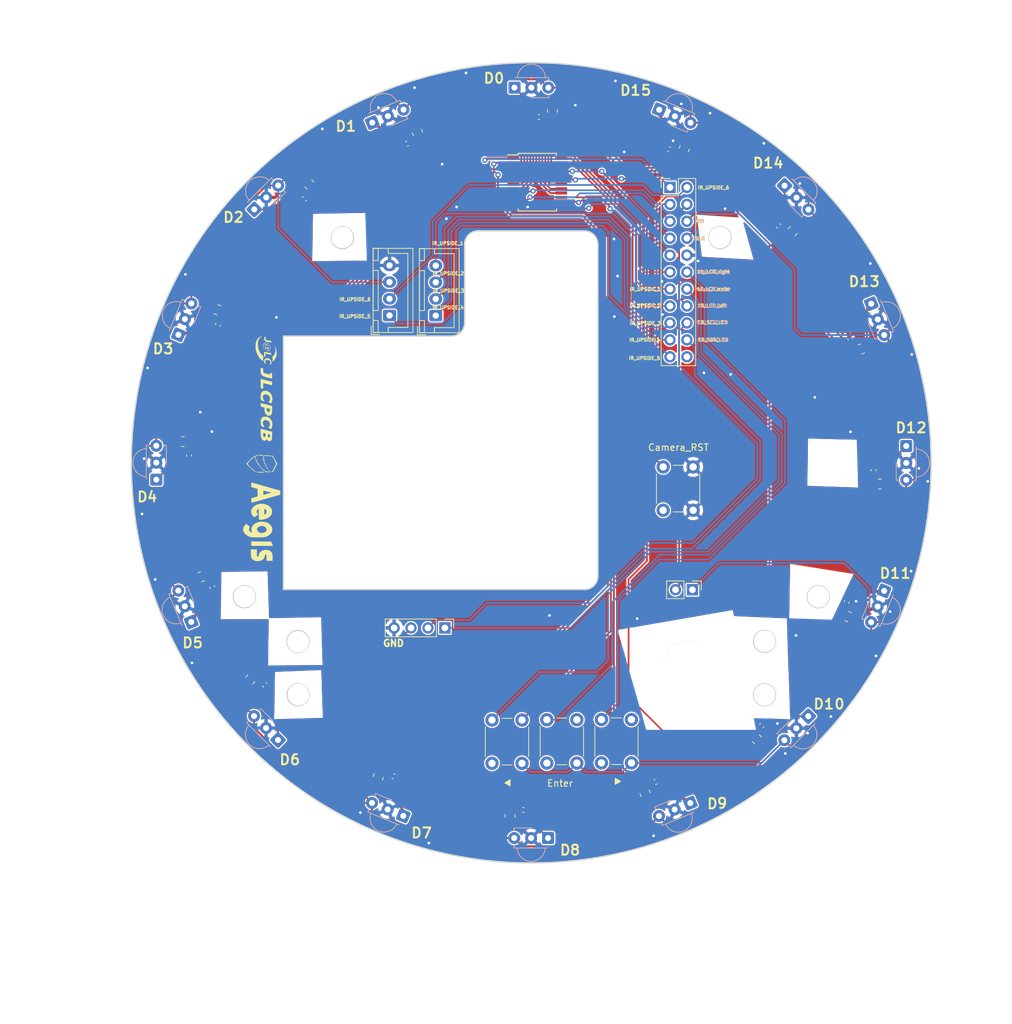
<source format=kicad_pcb>
(kicad_pcb (version 20221018) (generator pcbnew)
  (layers (0 "F.Cu" signal) (31 "B.Cu" signal) (34 "B.Paste" user) (35 "F.Paste" user) (36 "B.SilkS" user "B.Silkscreen") (37 "F.SilkS" user "F.Silkscreen") (38 "B.Mask" user) (39 "F.Mask" user) (44 "Edge.Cuts" user))
  (net 0 "")
  (net 1 "D2")
  (net 2 "GND")
  (net 3 "D3")
  (net 4 "D0")
  (net 5 "D1")
  (net 6 "D4")
  (net 7 "D5")
  (net 8 "D6")
  (net 9 "D7")
  (net 10 "D10")
  (net 11 "D11")
  (net 12 "D8")
  (net 13 "D9")
  (net 14 "D12")
  (net 15 "D13")
  (net 16 "D14")
  (net 17 "D15")
  (net 18 "IRout2")
  (net 19 "IRout3")
  (net 20 "IRout0")
  (net 21 "IRout1")
  (net 22 "IRout4")
  (net 23 "IRout5")
  (net 24 "IRout6")
  (net 25 "IRout7")
  (net 26 "IRout10")
  (net 27 "IRout11")
  (net 28 "IRout8")
  (net 29 "IRout9")
  (net 30 "IRout12")
  (net 31 "IRout13")
  (net 32 "IRout14")
  (net 33 "IRout15")
  (net 34 "+3.3V")
  (net 35 "SDA_LCD")
  (net 36 "SCL_LCD")
  (net 37 "LCD-TeensyD11")
  (net 38 "LCD-TeensyD12")
  (net 39 "LCD-TeensyD10")
  (net 40 "Start_switch")
  (net 41 "RST")
  (net 42 "IR_Data1_Upside")
  (net 43 "IR_Data2_Upside")
  (net 44 "IR_Data3_Upside")
  (net 45 "IR_Data4_Upside")
  (net 46 "IR_Data5_Upside")
  (net 47 "IR_Data6_Upside")
  (net 48 "Data_IR_sensor")
  (net 49 "S0")
  (net 50 "S1")
  (net 51 "S3")
  (net 52 "S2")
  (net 53 "E")
  (footprint "Resistor_SMD:R_0805_2012Metric" (layer "F.Cu") (at 156.2 43.92 135)
    (fp_text reference "R1" hide)
    (fp_text value "22k" hide)
  )
  (footprint "Capacitor_SMD:C_0402_1005Metric" (layer "F.Cu") (at 210.16477 38.64326 157.5)
    (fp_text reference "C16" hide)
    (fp_text value "104" hide)
  )
  (footprint "Connector_PinHeader_2.54mm:PinHeader_1x04_P2.54mm_Vertical" (layer "F.Cu") (at 176.53 110.41 -90)
    (fp_text reference "J1" hide)
    (fp_text value "Conn_01x04_Socket")
  )
  (footprint "Resistor_SMD:R_0805_2012Metric" (layer "F.Cu") (at 228.717456 50.925743 45)
    (fp_text reference "R15" hide)
    (fp_text value "22k" hide)
  )
  (footprint "Connector_JST:JST_XH_B4B-XH-A_1x04_P2.50mm_Vertical" (layer "F.Cu") (at 175.1584 63.5832 90)
    (fp_text reference "J2" hide)
    (fp_text value "Conn_01x04_Pin" hide)
  )
  (footprint "Capacitor_SMD:C_0402_1005Metric" (layer "F.Cu") (at 226.581994 50.133784 135)
    (fp_text reference "C15" hide)
    (fp_text value "104" hide)
  )
  (footprint "Capacitor_SMD:C_0402_1005Metric" (layer "F.Cu") (at 188.32 137.71)
    (fp_text reference "C11" hide)
    (fp_text value "104" hide)
  )
  (footprint "Capacitor_SMD:C_0402_1005Metric" (layer "F.Cu") (at 141.627702 104.279757 -67.5)
    (fp_text reference "C6" hide)
    (fp_text value "104" hide)
  )
  (footprint "Resistor_SMD:R_0805_2012Metric" (layer "F.Cu") (at 237.05 108.73 -22.5)
    (fp_text reference "R10" hide)
    (fp_text value "22k" hide)
  )
  (footprint "MountingHole:MountingHole_3.2mm_M3" (layer "F.Cu") (at 154.535498 120.412834)
    (fp_text reference "REF**" hide)
    (fp_text value "MountingHole_3.2mm_M3" hide)
  )
  (footprint "MountingHole:MountingHole_3.2mm_M3" (layer "F.Cu") (at 232.55 105.72)
    (fp_text reference "REF**" hide)
    (fp_text value "MountingHole_3.2mm_M3" hide)
  )
  (footprint "Button_Switch_THT:SW_PUSH_6mm_H5mm" (layer "F.Cu") (at 209.28 92.77 90)
    (fp_text reference "Camera_RST")
    (fp_text value "SW_DIP_x01")
  )
  (footprint "Capacitor_SMD:C_0402_1005Metric" (layer "F.Cu") (at 237.352298 67.032243 112.5)
    (fp_text reference "C14" hide)
    (fp_text value "104" hide)
  )
  (footprint "Resistor_SMD:R_0805_2012Metric" (layer "F.Cu") (at 147.34 118.14 -135)
    (fp_text reference "R7" hide)
    (fp_text value "22k" hide)
  )
  (footprint "MountingHole:MountingHole_3.2mm_M3" (layer "F.Cu") (at 146.475498 105.7148)
    (fp_text reference "REF**" hide)
    (fp_text value "MountingHole_3.2mm_M3" hide)
  )
  (footprint "Resistor_SMD:R_0805_2012Metric" (layer "F.Cu") (at 139.957863 102.730877 -157.5)
    (fp_text reference "R6" hide)
    (fp_text value "22k" hide)
  )
  (footprint "Resistor_SMD:R_0805_2012Metric" (layer "F.Cu") (at 241.786002 88.835998)
    (fp_text reference "R13" hide)
    (fp_text value "22k" hide)
  )
  (footprint "Capacitor_SMD:C_0402_1005Metric" (layer "F.Cu") (at 224.080589 125.049411 45)
    (fp_text reference "C9" hide)
    (fp_text value "104" hide)
  )
  (footprint "Resistor_SMD:R_0805_2012Metric" (layer "F.Cu") (at 137.194 82.476001 180)
    (fp_text reference "R5" hide)
    (fp_text value "22k" hide)
  )
  (footprint "MountingHole:MountingHole_3.2mm_M3" (layer "F.Cu") (at 217.795498 51.872834)
    (fp_text reference "REF**" hide)
    (fp_text value "MountingHole_3.2mm_M3" hide)
  )
  (footprint "MountingHole:MountingHole_3.2mm_M3" (layer "F.Cu") (at 224.49 120.44)
    (fp_text reference "REF**" hide)
    (fp_text value "MountingHole_3.2mm_M3" hide)
  )
  (footprint "Resistor_SMD:R_0805_2012Metric" (layer "F.Cu") (at 192.67 32.88 90)
    (fp_text reference "R3" hide)
    (fp_text value "22k" hide)
  )
  (footprint "Connector_JST:JST_XH_B4B-XH-A_1x04_P2.50mm_Vertical" (layer "F.Cu") (at 168.2242 63.5578 90)
    (fp_text reference "J3" hide)
    (fp_text value "Conn_01x04_Pin" hide)
  )
  (footprint "MountingHole:MountingHole_8.4mm_M8" (layer "F.Cu") (at 213.3 116.56)
    (fp_text reference "REF**" hide)
    (fp_text value "MountingHole_8.4mm_M8")
  )
  (footprint "Resistor_SMD:R_0805_2012Metric" (layer "F.Cu") (at 239.022138 68.581122 22.5)
    (fp_text reference "R14" hide)
    (fp_text value "22k" hide)
  )
  (footprint "Resistor_SMD:R_0805_2012Metric" (layer "F.Cu") (at 142.391729 62.705251 157.5)
    (fp_text reference "R2" hide)
    (fp_text value "22k" hide)
  )
  (footprint "Capacitor_SMD:C_0402_1005Metric" (layer "F.Cu") (at 142.47726 64.981229 -112.5)
    (fp_text reference "C2" hide)
    (fp_text value "104" hide)
  )
  (footprint "Capacitor_SMD:C_0402_1005Metric" (layer "F.Cu") (at 155.460589 46.069411 -135)
    (fp_text reference "C1" hide)
    (fp_text value "104" hide)
  )
  (footprint "Button_Switch_THT:SW_PUSH_6mm_H5mm" (layer "F.Cu") (at 191.83 130.68 90)
    (fp_text reference "SW2" hide)
    (fp_text value "LCD")
  )
  (footprint "Resistor_SMD:R_0805_2012Metric" (layer "F.Cu") (at 186.31 138.6025 -90)
    (fp_text reference "R11" hide)
    (fp_text value "22k" hide)
  )
  (footprint "Resistor_SMD:R_0805_2012Metric" (layer "F.Cu") (at 212.44075 38.557729 67.5)
    (fp_text reference "R16" hide)
    (fp_text value "22k" hide)
  )
  (footprint "Capacitor_SMD:C_0402_1005Metric" (layer "F.Cu") (at 208.113757 133.518298 22.5)
    (fp_text reference "C12" hide)
    (fp_text value "104" hide)
  )
  (footprint "Connector_PinHeader_2.54mm:PinHeader_2x11_P2.54mm_Vertical" (layer "F.Cu") (at 210.3038 44.3566)
    (fp_text reference "J4" hide)
    (fp_text value "Conn_02x11_Odd_Even" hide)
  )
  (footprint "Connector_PinHeader_2.54mm:PinHeader_1x02_P2.54mm_Vertical" (layer "F.Cu") (at 213.67 104.69 -90)
    (fp_text reference "SW5" hide)
    (fp_text value "SW_DIP_x01" hide)
  )
  (footprint "MountingHole:MountingHole_3.2mm_M3" (layer "F.Cu") (at 224.53 112.41)
    (fp_text reference "REF**" hide)
    (fp_text value "MountingHole_3.2mm_M3" hide)
  )
  (footprint "Resistor_SMD:R_0805_2012Metric" (layer "F.Cu") (at 223.355235 127.125235 -45)
    (fp_text reference "R9" hide)
    (fp_text value "22k" hide)
  )
  (footprint "MountingHole:MountingHole_3.2mm_M3" (layer "F.Cu") (at 154.505498 112.49)
    (fp_text reference "REF**" hide)
    (fp_text value "MountingHole_3.2mm_M3" hide)
  )
  (footprint "Resistor_SMD:R_0805_2012Metric" (layer "F.Cu") (at 206.564878 135.188138 -67.5)
    (fp_text reference "R12" hide)
    (fp_text value "22k" hide)
  )
  (footprint "Capacitor_SMD:C_0402_1005Metric" (layer "F.Cu") (at 236.82 106.5 67.5)
    (fp_text reference "C10" hide)
    (fp_text value "104" hide)
  )
  (footprint "Resistor_SMD:R_0805_2012Metric" (layer "F.Cu") (at 166.539252 132.754272 -112.5)
    (fp_text reference "R8" hide)
    (fp_text value "22k" hide)
  )
  (footprint "Resistor_SMD:R_0805_2012Metric" (layer "F.Cu") (at 172.415124 36.123863 112.5)
    (fp_text reference "R4" hide)
    (fp_text value "22k" hide)
  )
  (footprint "MountingHole:MountingHole_3.2mm_M3" (layer "F.Cu") (at 234.5 85.66)
    (fp_text reference "REF**" hide)
    (fp_text value "MountingHole_3.2mm_M3" hide)
  )
  (footprint "JLCPCB:JLCPCB" (layer "F.Cu") (at 149.6568 74.4474 -90)
    (fp_text reference "G***" hide)
    (fp_text value "LOGO" hide)
  )
  (footprint "Package_SO:SSOP-24_5.3x8.2mm_P0.65mm" (layer "F.Cu") (at 190.3916 43.58)
    (fp_text reference "U16" hide)
    (fp_text value "CD74HC4067SM")
  )
  (footprint "Capacitor_SMD:C_0402_1005Metric" (layer "F.Cu") (at 138.143999 84.545999 -90)
    (fp_text reference "C5" hide)
    (fp_text value "104" hide)
  )
  (footprint "Capacitor_SMD:C_0402_1005Metric" (layer "F.Cu") (at 149.52 118.95 -45)
    (fp_text reference "C7" hide)
    (fp_text value "104" hide)
  )
  (footprint "Capacitor_SMD:C_0402_1005Metric" (layer "F.Cu") (at 170.866243 37.793703 -157.5)
    (fp_text reference "C4" hide)
    (fp_text value "104" hide)
  )
  (footprint "Capacitor_SMD:C_0402_1005Metric" (layer "F.Cu") (at 240.836001 86.766001 90)
    (fp_text reference "C13" hide)
    (fp_text value "104" hide)
  )
  (footprint "Capacitor_SMD:C_0402_1005Metric" (layer "F.Cu") (at 190.64 33.81 180)
    (fp_text reference "C3" hide)
    (fp_text value "104" hide)
  )
  (footprint "Button_Switch_THT:SW_PUSH_6mm_H5mm" (layer "F.Cu") (at 183.6 130.72 90)
    (fp_text reference "SW1" hide)
    (fp_text value "LCD")
  )
  (footprint "Capacitor_SMD:C_0402_1005Metric" (layer "F.Cu") (at 168.815229 132.66874 -22.5)
    (fp_text reference "C8" hide)
    (fp_text value "104" hide)
  )
  (footprint "Aegis:ver4" (layer "F.Cu") (at 149.225 92.075 -90)
    (fp_text reference "G***" hide)
    (fp_text value "LOGO" hide)
  )
  (footprint "Button_Switch_THT:SW_PUSH_6mm_H5mm" (layer "F.Cu") (at 200.02 130.65 90)
    (fp_text reference "SW3" hide)
    (fp_text value "LCD")
  )
  (footprint "MountingHole:MountingHole_3.2mm_M3" (layer "F.Cu") (at 161.14 51.86)
    (fp_text reference "REF**" hide)
    (fp_text value "MountingHole_3.2mm_M3" hide)
  )
  (footprint "OptoDevice:Vishay_MINICAST-3Pin" (layer "B.Cu") (at 240.504024 61.797671 -67.5)
    (fp_text reference "U13" hide)
    (fp_text value "TSSP58P38")
  )
  (footprint "OptoDevice:Vishay_MINICAST-3Pin" (layer "B.Cu") (at 170.288024 138.598749 157.5)
    (fp_text reference "U7" hide)
    (fp_text value "TSSP58P38" hide)
  )
  (footprint "OptoDevice:Vishay_MINICAST-3Pin" (layer "B.Cu") (at 165.631671 34.641976 22.5)
    (fp_text reference "U1" hide)
    (fp_text value "TSSP58P38" hide)
  )
  (footprint "OptoDevice:Vishay_MINICAST-3Pin" (layer "B.Cu") (at 213.348329 136.670024 -157.5)
    (fp_text reference "U9" hide)
    (fp_text value "TSSP58P38" hide)
  )
  (footprint "OptoDevice:Vishay_MINICAST-3Pin" (layer "B.Cu") (at 186.97 29.395)
    (fp_text reference "U17" hide)
    (fp_text value "TSSP58P38" hide)
  )
  (footprint "OptoDevice:Vishay_MINICAST-3Pin" (layer "B.Cu") (at 227.490626 44.091556 -45)
    (fp_text reference "U14" hide)
    (fp_text value "TSSP58P38" hide)
  )
  (footprint "OptoDevice:Vishay_MINICAST-3Pin" (layer "B.Cu") (at 231.054444 123.656625 -135)
    (fp_text reference "U10" hide)
    (fp_text value "TSSP58P38" hide)
  )
  (footprint "OptoDevice:Vishay_MINICAST-3Pin" (layer "B.Cu") (at 147.925556 47.655375 45)
    (fp_text reference "U2" hide)
    (fp_text value "TSSP58P38" hide)
  )
  (footprint "OptoDevice:Vishay_MINICAST-3Pin" (layer "B.Cu") (at 208.691976 32.713251 -22.5)
    (fp_text reference "U15" hide)
    (fp_text value "TSSP58P38" hide)
  )
  (footprint "OptoDevice:Vishay_MINICAST-3Pin" (layer "B.Cu") (at 133.229 88.176 90)
    (fp_text reference "U4" hide)
    (fp_text value "TSSP58P38" hide)
  )
  (footprint "OptoDevice:Vishay_MINICAST-3Pin" (layer "B.Cu") (at 245.751001 83.136 -90)
    (fp_text reference "U12" hide)
    (fp_text value "TSSP58P38" hide)
  )
  (footprint "OptoDevice:Vishay_MINICAST-3Pin" (layer "B.Cu") (at 138.475976 109.514329 112.5)
    (fp_text reference "U5" hide)
    (fp_text value "TSSP58P38" hide)
  )
  (footprint "OptoDevice:Vishay_MINICAST-3Pin" (layer "B.Cu") (at 242.432749 104.857976 -112.5)
    (fp_text reference "U11" hide)
    (fp_text value "TSSP58P38" hide)
  )
  (footprint "OptoDevice:Vishay_MINICAST-3Pin" (layer "B.Cu") (at 192.01 141.917 180)
    (fp_text reference "U8" hide)
    (fp_text value "TSSP58P38" hide)
  )
  (footprint "OptoDevice:Vishay_MINICAST-3Pin" (layer "B.Cu") (at 136.547251 66.454024 67.5)
    (fp_text reference "U3" hide)
    (fp_text value "TSSP58P38" hide)
  )
  (footprint "OptoDevice:Vishay_MINICAST-3Pin" (layer "B.Cu") (at 151.489375 127.220444 135)
    (fp_text reference "U6" hide)
    (fp_text value "TSSP58P38" hide)
  )
  (gr_circle (center 161.16235 51.896421) (end 161.16235 53.546421) (stroke (width 0.2)) (fill none) (layer "Edge.Cuts"))
  (gr_arc (start 197.4895 50.876) (mid 198.903714 51.461786) (end 199.4895 52.876) (stroke (width 0.2)) (layer "Edge.Cuts"))
  (gr_circle (center 146.44038 105.730367) (end 146.44038 107.380367) (stroke (width 0.2)) (fill none) (layer "Edge.Cuts"))
  (gr_circle (center 154.4895 120.436) (end 154.4895 122.086) (stroke (width 0.2)) (fill none) (layer "Edge.Cuts"))
  (gr_circle (center 217.81765 51.896421) (end 217.81765 53.546421) (stroke (width 0.2)) (fill none) (layer "Edge.Cuts"))
  (gr_circle (center 154.4905 112.436) (end 154.4905 114.086) (stroke (width 0.2)) (fill none) (layer "Edge.Cuts"))
  (gr_line (start 181.4895 50.876) (end 197.4895 50.876) (stroke (width 0.2)) (layer "Edge.Cuts"))
  (gr_arc (start 199.4895 102.656) (mid 198.903714 104.070214) (end 197.4895 104.656) (stroke (width 0.2)) (layer "Edge.Cuts"))
  (gr_circle (center 224.4895 120.436) (end 224.4895 122.086) (stroke (width 0.2)) (fill none) (layer "Edge.Cuts"))
  (gr_circle (center 232.53962 105.730367) (end 232.53962 107.380367) (stroke (width 0.2)) (fill none) (layer "Edge.Cuts"))
  (gr_line (start 152.295 104.656) (end 152.295 66.656) (stroke (width 0.2)) (layer "Edge.Cuts"))
  (gr_circle (center 189.49 85.656) (end 189.49 145.656) (stroke (width 0.2)) (fill none) (layer "Edge.Cuts"))
  (gr_arc (start 179.4895 52.876) (mid 180.075286 51.461786) (end 181.4895 50.876) (stroke (width 0.2)) (layer "Edge.Cuts"))
  (gr_line (start 199.4895 52.876) (end 199.4895 102.656) (stroke (width 0.2)) (layer "Edge.Cuts"))
  (gr_circle (center 224.4895 112.436) (end 224.4895 114.086) (stroke (width 0.2)) (fill none) (layer "Edge.Cuts"))
  (gr_circle (center 213.239995 116.436) (end 213.239995 120.436) (stroke (width 0.2)) (fill none) (layer "Edge.Cuts"))
  (gr_line (start 179.4895 64.656) (end 179.4895 52.876) (stroke (width 0.2)) (layer "Edge.Cuts"))
  (gr_arc (start 179.4895 64.656) (mid 178.903714 66.070214) (end 177.4895 66.656) (stroke (width 0.2)) (layer "Edge.Cuts"))
  (gr_line (start 152.295 66.656) (end 177.4895 66.656) (stroke (width 0.2)) (layer "Edge.Cuts"))
  (gr_line (start 197.4895 104.656) (end 152.295 104.656) (stroke (width 0.2)) (layer "Edge.Cuts"))
  (gr_text "10_LCD_left\n" (at 218.9734 62.3824) (layer "B.SilkS") (effects (font (size 0.5 0.5) (thickness 0.125) bold) (justify left bottom mirror)))
  (gr_text "19_SCL_LCD" (at 218.8972 64.8716) (layer "B.SilkS") (effects (font (size 0.5 0.5) (thickness 0.125) bold) (justify left bottom mirror)))
  (gr_text "11_LCD_right\n" (at 219.3036 57.277) (layer "B.SilkS") (effects (font (size 0.5 0.5) (thickness 0.125) bold) (justify left bottom mirror)))
  (gr_text "12_LCD_enter\n" (at 219.3544 59.9186) (layer "B.SilkS") (effects (font (size 0.5 0.5) (thickness 0.125) bold) (justify left bottom mirror)))
  (gr_text "3.3V" (at 215.6714 52.324) (layer "B.SilkS") (effects (font (size 0.5 0.5) (thickness 0.125) bold) (justify left bottom mirror)))
  (gr_text "RST\n" (at 215.519 49.7078) (layer "B.SilkS") (effects (font (size 0.5 0.5) (thickness 0.125) bold) (justify left bottom mirror)))
  (gr_text "18_SDA_LCD" (at 219.075 67.4624) (layer "B.SilkS") (effects (font (size 0.5 0.5) (thickness 0.125) bold) (justify left bottom mirror)))
  (gr_text "D１３\n" (at 236.96 59.36) (layer "F.SilkS") (effects (font (size 1.5 1.5) (thickness 0.3) bold) (justify left bottom)))
  (gr_text "D８" (at 193.64 144.61) (layer "F.SilkS") (effects (font (size 1.5 1.5) (thickness 0.3) bold) (justify left bottom)))
  (gr_text "11_LCD_right\n" (at 214.3506 57.3024) (layer "F.SilkS") (effects (font (size 0.5 0.5) (thickness 0.125) bold) (justify left bottom)))
  (gr_text "D１０" (at 231.68 122.71) (layer "F.SilkS") (effects (font (size 1.5 1.5) (thickness 0.3) bold) (justify left bottom)))
  (gr_text "IR_UPSIDE_1\n" (at 204.1906 59.9186) (layer "F.SilkS") (effects (font (size 0.5 0.5) (thickness 0.125) bold) (justify left bottom)))
  (gr_text "D３\n" (at 132.55 69.44) (layer "F.SilkS") (effects (font (size 1.5 1.5) (thickness 0.3) bold) (justify left bottom)))
  (gr_text "D１４\n" (at 222.58 41.59) (layer "F.SilkS") (effects (font (size 1.5 1.5) (thickness 0.3) bold) (justify left bottom)))
  (gr_text "IR_UPSIDE_2\n" (at 204.1652 62.357) (layer "F.SilkS") (effects (font (size 0.5 0.5) (thickness 0.125) bold) (justify left bottom)))
  (gr_text "IR_UPSIDE_4\n" (at 174.5996 62.6618) (layer "F.SilkS") (effects (font (size 0.5 0.5) (thickness 0.125) bold) (justify left bottom)))
  (gr_text "3.3V" (at 213.8934 52.324) (layer "F.SilkS") (effects (font (size 0.5 0.5) (thickness 0.125) bold) (justify left bottom)))
  (gr_text "D２" (at 143.12 49.72) (layer "F.SilkS") (effects (font (size 1.5 1.5) (thickness 0.3) bold) (justify left bottom)))
  (gr_text "D１\n" (at 159.97 36.07) (layer "F.SilkS") (effects (font (size 1.5 1.5) (thickness 0.3) bold) (justify left bottom)))
  (gr_text "IR_UPSIDE_1\n" (at 174.5488 53.0352) (layer "F.SilkS") (effects (font (size 0.5 0.5) (thickness 0.125) bold) (justify left bottom)))
  (gr_text "D１１\n" (at 241.61 103.11) (layer "F.SilkS") (effects (font (size 1.5 1.5) (thickness 0.3) bold) (justify left bottom)))
  (gr_text "IR_UPSIDE_5\n" (at 160.6042 63.9826) (layer "F.SilkS") (effects (font (size 0.5 0.5) (thickness 0.125) bold) (justify left bottom)))
  (gr_text "◀" (at 202.47 133.5 180) (layer "F.SilkS") (effects (font (size 1 1))))
  (gr_text "D７" (at 171.33 142.03) (layer "F.SilkS") (effects (font (size 1.5 1.5) (thickness 0.3) bold) (justify left bottom)))
  (gr_text "◀" (at 185.93 133.57) (layer "F.SilkS") (effects (font (size 1 1))))
  (gr_text "IR_UPSIDE_3\n" (at 174.6504 60.1472) (layer "F.SilkS") (effects (font (size 0.5 0.5) (thickness 0.125) bold) (justify left bottom)))
  (gr_text "D１２" (at 243.99 81.28) (layer "F.SilkS") (effects (font (size 1.5 1.5) (thickness 0.3) bold) (justify left bottom)))
  (gr_text "RST\n" (at 214.0204 49.7078) (layer "F.SilkS") (effects (font (size 0.5 0.5) (thickness 0.125) bold) (justify left bottom)))
  (gr_text "IR_UPSIDE_4\n" (at 204.1144 67.5132) (layer "F.SilkS") (effects (font (size 0.5 0.5) (thickness 0.125) bold) (justify left bottom)))
  (gr_text "D９" (at 215.72 137.66) (layer "F.SilkS") (effects (font (size 1.5 1.5) (thickness 0.3) bold) (justify left bottom)))
  (gr_text "18_SDA_LCD" (at 214.4522 67.5132) (layer "F.SilkS") (effects (font (size 0.5 0.5) (thickness 0.125) bold) (justify left bottom)))
  (gr_text "IR_UPSIDE_5\n" (at 204.0636 70.2564) (layer "F.SilkS") (effects (font (size 0.5 0.5) (thickness 0.125) bold) (justify left bottom)))
  (gr_text "IR_UPSIDE_2\n" (at 174.625 57.5564) (layer "F.SilkS") (effects (font (size 0.5 0.5) (thickness 0.125) bold) (justify left bottom)))
  (gr_text "D４" (at 130.2 91.65) (layer "F.SilkS") (effects (font (size 1.5 1.5) (thickness 0.3) bold) (justify left bottom)))
  (gr_text "D５\n" (at 136.98 113.53) (layer "F.SilkS") (effects (font (size 1.5 1.5) (thickness 0.3) bold) (justify left bottom)))
  (gr_text "IR_UPSIDE_6\n" (at 214.4268 44.6786) (layer "F.SilkS") (effects (font (size 0.5 0.5) (thickness 0.125) bold) (justify left bottom)))
  (gr_text "D６" (at 151.56 131.05) (layer "F.SilkS") (effects (font (size 1.5 1.5) (thickness 0.3) bold) (justify left bottom)))
  (gr_text "19_SCL_LCD" (at 214.376 64.897) (layer "F.SilkS") (effects (font (size 0.5 0.5) (thickness 0.125) bold) (justify left bottom)))
  (gr_text "IR_UPSIDE_3\n" (at 204.1652 65.024) (layer "F.SilkS") (effects (font (size 0.5 0.5) (thickness 0.125) bold) (justify left bottom)))
  (gr_text "D０" (at 182.19 28.87) (layer "F.SilkS") (effects (font (size 1.5 1.5) (thickness 0.3) bold) (justify left bottom)))
  (gr_text "D１５" (at 202.66 30.68) (layer "F.SilkS") (effects (font (size 1.5 1.5) (thickness 0.3) bold) (justify left bottom)))
  (gr_text "GND" (at 167.132 113.284) (layer "F.SilkS") (effects (font (size 1 1) (thickness 0.25) bold) (justify left bottom)))
  (gr_text "10_LCD_left\n" (at 214.3506 62.3824) (layer "F.SilkS") (effects (font (size 0.5 0.5) (thickness 0.125) bold) (justify left bottom)))
  (gr_text "IR_UPSIDE_6\n" (at 160.6296 61.4426) (layer "F.SilkS") (effects (font (size 0.5 0.5) (thickness 0.125) bold) (justify left bottom)))
  (gr_text "Enter" (at 193.81 133.71) (layer "F.SilkS") (effects (font (size 1 1))))
  (gr_text "12_LCD_enter\n" (at 214.2744 59.8932) (layer "F.SilkS") (effects (font (size 0.5 0.5) (thickness 0.125) bold) (justify left bottom)))
  (segment (start 175.908604 38.105) (end 177.292 38.105) (width 0.25) (layer "F.Cu") (net 1))
  (segment (start 165.314965 44.565235) (end 164.4142 44.565235) (width 0.25) (layer "F.Cu") (net 1))
  (segment (start 164.4142 44.565235) (end 156.845235 44.565235) (width 0.25) (layer "F.Cu") (net 1))
  (segment (start 169.448369 44.565235) (end 175.908604 38.105) (width 0.25) (layer "F.Cu") (net 1))
  (segment (start 187.989392 43.905) (end 189.3426 42.551792) (width 0.25) (layer "F.Cu") (net 1))
  (segment (start 189.3426 39.021212) (end 188.426388 38.105) (width 0.25) (layer "F.Cu") (net 1))
  (segment (start 188.426388 38.105) (end 177.292 38.105) (width 0.25) (layer "F.Cu") (net 1))
  (segment (start 189.3426 42.551792) (end 189.3426 39.021212) (width 0.25) (layer "F.Cu") (net 1))
  (segment (start 156.845235 44.565235) (end 156.845235 44.684765) (width 0.25) (layer "F.Cu") (net 1))
  (segment (start 164.4142 44.565235) (end 169.448369 44.565235) (width 0.25) (layer "F.Cu") (net 1))
  (segment (start 156.845235 44.684765) (end 155.8 45.73) (width 0.25) (layer "F.Cu") (net 1))
  (segment (start 186.7916 43.905) (end 187.989392 43.905) (width 0.25) (layer "F.Cu") (net 1))
  (segment (start 188.9506 47.2948) (end 186.9314 47.2948) (width 0.25) (layer "F.Cu") (net 2))
  (segment (start 186.9314 47.2948) (end 186.7916 47.155) (width 0.25) (layer "F.Cu") (net 2))
  (via (at 139.83 78.07) (size 0.8) (drill 0.4) (layers "F.Cu" "B.Cu") (net 2))
  (via (at 203.4286 39.0398) (size 0.8) (drill 0.4) (layers "F.Cu" "B.Cu") (net 2))
  (via (at 229.79 43.77) (size 0.8) (drill 0.4) (layers "F.Cu" "B.Cu") (net 2))
  (via (at 207.85 141.58) (size 0.8) (drill 0.4) (layers "F.Cu" "B.Cu") (net 2))
  (via (at 246.49 101.89) (size 0.8) (drill 0.4) (layers "F.Cu" "B.Cu") (net 2))
  (via (at 237.39 81.01) (size 0.8) (drill 0.4) (layers "F.Cu" "B.Cu") (net 2))
  (via (at 238.2266 106.4006) (size 0.8) (drill 0.4) (layers "F.Cu" "B.Cu") (net 2))
  (via (at 131.4 85.03) (size 0.8) (drill 0.4) (layers "F.Cu" "B.Cu") (net 2))
  (via (at 158.14 35.58) (size 0.8) (drill 0.4) (layers "F.Cu" "B.Cu") (net 2))
  (via (at 248.98 88.42) (size 0.8) (drill 0.4) (layers "F.Cu" "B.Cu") (net 2))
  (via (at 141.57 80.98) (size 0.8) (drill 0.4) (layers "F.Cu" "B.Cu") (net 2))
  (via (at 246.58 69.41) (size 0.8) (drill 0.4) (layers "F.Cu" "B.Cu") (net 2))
  (via (at 196.11 32.02) (size 0.8) (drill 0.4) (layers "F.Cu" "B.Cu") (net 2))
  (via (at 174.12 142.67) (size 0.8) (drill 0.4) (layers "F.Cu" "B.Cu") (net 2))
  (via (at 188.9506 47.2948) (size 0.8) (drill 0.4) (layers "F.Cu" "B.Cu") (net 2))
  (via (at 202.12 28.39) (size 0.8) (drill 0.4) (layers "F.Cu" "B.Cu") (net 2))
  (via (at 230.96 126.2) (size 0.8) (drill 0.4) (layers "F.Cu" "B.Cu") (net 2))
  (via (at 229.2096 111.5314) (size 0.8) (drill 0.4) (layers "F.Cu" "B.Cu") (net 2))
  (via (at 151.257 63.8556) (size 0.8) (drill 0.4) (layers "F.Cu" "B.Cu") (net 2))
  (via (at 209.169 63.4238) (size 0.8) (drill 0.4) (layers "F.Cu" "B.Cu") (net 2))
  (via (at 201.9554 63.7286) (size 0.8) (drill 0.4) (layers "F.Cu" "B.Cu") (net 2))
  (via (at 247.65 86.49) (size 0.8) (drill 0.4) (layers "F.Cu" "B.Cu") (net 2))
  (via (at 210.7692 37.3634) (size 0.8) (drill 0.4) (layers "F.Cu" "B.Cu") (net 2))
  (via (at 240.36 55.77) (size 0.8) (drill 0.4) (layers "F.Cu" "B.Cu") (net 2))
  (via (at 138.58 115.65) (size 0.8) (drill 0.4) (layers "F.Cu" "B.Cu") (net 2))
  (via (at 176.1236 40.8686) (size 0.8) (drill 0.4) (layers "F.Cu" "B.Cu") (net 2))
  (via (at 227.6094 129.2352) (size 0.8) (drill 0.4) (layers "F.Cu" "B.Cu") (net 2))
  (via (at 171.97 29.41) (size 0.8) (drill 0.4) (layers "F.Cu" "B.Cu") (net 2))
  (via (at 163.85 138.1) (size 0.8) (drill 0.4) (layers "F.Cu" "B.Cu") (net 2))
  (via (at 212 31.83) (size 0.8) (drill 0.4) (layers "F.Cu" "B.Cu") (net 2))
  (via (at 131.08 93.32) (size 0.8) (drill 0.4) (layers "F.Cu" "B.Cu") (net 2))
  (via (at 201.9046 52.0954) (size 0.8) (drill 0.4) (layers "F.Cu" "B.Cu") (net 2))
  (via (at 232.04 75.83) (size 0.8) (drill 0.4) (layers "F.Cu" "B.Cu") (net 2))
  (via (at 216.31 33.23) (size 0.8) (drill 0.4) (layers "F.Cu" "B.Cu") (net 2))
  (via (at 219.4052 72.39) (size 0.8) (drill 0.4) (layers "F.Cu" "B.Cu") (net 2))
  (via (at 137.6 57.39) (size 0.8) (drill 0.4) (layers "F.Cu" "B.Cu") (net 2))
  (via (at 218.567 47.5488) (size 0.8) (drill 0.4) (layers "F.Cu" "B.Cu") (net 2))
  (via (at 133.06 103.14) (size 0.8) (drill 0.4) (layers "F.Cu" "B.Cu") (net 2))
  (via (at 131.92 71.42) (size 0.8) (drill 0.4) (layers "F.Cu" "B.Cu") (net 2))
  (via (at 178.2826 47.2948) (size 0.8) (drill 0.4) (layers "F.Cu" "B.Cu") (net 2))
  (via (at 224.38 37.75) (size 0.8) (drill 0.4) (layers "F.Cu" "B.Cu") (net 2))
  (via (at 226.42 124.74) (size 0.8) (drill 0.4) (layers "F.Cu" "B.Cu") (net 2))
  (via (at 176.7586 49.0474) (size 0.8) (drill 0.4) (layers "F.Cu" "B.Cu") (net 2))
  (via (at 215.392 72.1614) (size 0.8) (drill 0.4) (layers "F.Cu" "B.Cu") (net 2))
  (via (at 234.442 123.698) (size 0.8) (drill 0.4) (layers "F.Cu" "B.Cu") (net 2))
  (via (at 205.3844 109.0168) (size 0.8) (drill 0.4) (layers "F.Cu" "B.Cu") (net 2))
  (via (at 166.55 32.38) (size 0.8) (drill 0.4) (layers "F.Cu" "B.Cu") (net 2))
  (via (at 202.438 57.658) (size 0.8) (drill 0.4) (layers "F.Cu" "B.Cu") (net 2))
  (via (at 241.22 114.61) (size 0.8) (drill 0.4) (layers "F.Cu" "B.Cu") (net 2))
  (via (at 179.69 27.19) (size 0.8) (drill 0.4) (layers "F.Cu" "B.Cu") (net 2))
  (via (at 243.34 107.96) (size 0.8) (drill 0.4) (layers "F.Cu" "B.Cu") (net 2))
  (via (at 192.2272 108.5342) (size 0.8) (drill 0.4) (layers "F.Cu" "B.Cu") (net 2))
  (via (at 209.0928 58.4454) (size 0.8) (drill 0.4) (layers "F.Cu" "B.Cu") (net 2))
  (via (at 214.5284 55.3974) (size 0.8) (drill 0.4) (layers "F.Cu" "B.Cu") (net 2))
  (segment (start 143.234769 63.05445) (end 157.992414 63.05445) (width 0.25) (layer "F.Cu") (net 3))
  (segment (start 188.8926 39.207608) (end 188.8926 42.365396) (width 0.25) (layer "F.Cu") (net 3))
  (segment (start 143.234769 63.963946) (end 142.660948 64.537767) (width 0.25) (layer "F.Cu") (net 3))
  (segment (start 165.227 55.819864) (end 165.227 49.423) (width 0.25) (layer "F.Cu") (net 3))
  (segment (start 188.239992 38.555) (end 188.8926 39.207608) (width 0.25) (layer "F.Cu") (net 3))
  (segment (start 165.227 49.423) (end 176.095 38.555) (width 0.25) (layer "F.Cu") (net 3))
  (segment (start 176.095 38.555) (end 188.239992 38.555) (width 0.25) (layer "F.Cu") (net 3))
  (segment (start 143.234769 63.05445) (end 143.234769 63.963946) (width 0.25) (layer "F.Cu") (net 3))
  (segment (start 188.8926 42.365396) (end 188.002996 43.255) (width 0.25) (layer "F.Cu") (net 3))
  (segment (start 157.992414 63.05445) (end 165.227 55.819864) (width 0.25) (layer "F.Cu") (net 3))
  (segment (start 188.002996 43.255) (end 186.7916 43.255) (width 0.25) (layer "F.Cu") (net 3))
  (segment (start 192.67 33.7925) (end 191.1375 33.7925) (width 0.25) (layer "F.Cu") (net 4))
  (segment (start 186.7916 45.205) (end 187.962184 45.205) (width 0.25) (layer "F.Cu") (net 4))
  (segment (start 189.252992 43.914192) (end 190.2426 42.924584) (width 0.25) (layer "F.Cu") (net 4))
  (segment (start 190.2426 36.8588) (end 191.135 35.9664) (width 0.25) (layer "F.Cu") (net 4))
  (segment (start 191.1375 33.7925) (end 191.12 33.81) (width 0.25) (layer "F.Cu") (net 4))
  (segment (start 187.962184 45.205) (end 189.252992 43.914192) (width 0.25) (layer "F.Cu") (net 4))
  (segment (start 191.135 35.9664) (end 192.67 34.4314) (width 0.25) (layer "F.Cu") (net 4))
  (segment (start 190.2426 42.924584) (end 190.2426 36.8588) (width 0.25) (layer "F.Cu") (net 4))
  (segment (start 192.67 34.4314) (end 192.67 33.7925) (width 0.25) (layer "F.Cu") (net 4))
  (segment (start 187.975788 44.555) (end 189.7926 42.738188) (width 0.25) (layer "F.Cu") (net 5))
  (segment (start 186.7916 44.555) (end 187.975788 44.555) (width 0.25) (layer "F.Cu") (net 5))
  (segment (start 189.7926 42.738188) (end 189.7926 38.834816) (width 0.25) (layer "F.Cu") (net 5))
  (segment (start 171.309705 37.610015) (end 172.121211 37.610015) (width 0.25) (layer "F.Cu") (net 5))
  (segment (start 187.924687 36.966903) (end 181.5592 36.966903) (width 0.25) (layer "F.Cu") (net 5))
  (segment (start 172.764323 36.966903) (end 181.5592 36.966903) (width 0.25) (layer "F.Cu") (net 5))
  (segment (start 189.7926 38.834816) (end 187.924687 36.966903) (width 0.25) (layer "F.Cu") (net 5))
  (segment (start 172.121211 37.610015) (end 172.764323 36.966903) (width 0.25) (layer "F.Cu") (net 5))
  (segment (start 138.1065 82.476001) (end 138.1065 78.3065) (width 0.25) (layer "F.Cu") (net 6))
  (segment (start 165.677 56.00626) (end 165.677 49.609396) (width 0.25) (layer "F.Cu") (net 6))
  (segment (start 158.17881 63.50445) (end 165.677 56.00626) (width 0.25) (layer "F.Cu") (net 6))
  (segment (start 188.4426 42.179) (end 188.0166 42.605) (width 0.25) (layer "F.Cu") (net 6))
  (segment (start 188.4426 39.394004) (end 188.4426 42.179) (width 0.25) (layer "F.Cu") (net 6))
  (segment (start 188.053596 39.005) (end 188.4426 39.394004) (width 0.25) (layer "F.Cu") (net 6))
  (segment (start 188.0166 42.605) (end 186.7916 42.605) (width 0.25) (layer "F.Cu") (net 6))
  (segment (start 176.281396 39.005) (end 188.053596 39.005) (width 0.25) (layer "F.Cu") (net 6))
  (segment (start 165.677 49.609396) (end 176.281396 39.005) (width 0.25) (layer "F.Cu") (net 6))
  (segment (start 138.1065 82.476001) (end 138.1065 84.0285) (width 0.25) (layer "F.Cu") (net 6))
  (segment (start 138.1065 84.0285) (end 138.143999 84.065999) (width 0.25) (layer "F.Cu") (net 6))
  (segment (start 152.87555 63.50445) (end 158.17881 63.50445) (width 0.25) (layer "F.Cu") (net 6))
  (segment (start 138.09 78.29) (end 152.87555 63.50445) (width 0.25) (layer "F.Cu") (net 6))
  (segment (start 138.1065 78.3065) (end 138.09 78.29) (width 0.25) (layer "F.Cu") (net 6))
  (segment (start 187.9916 39.5794) (end 187.8672 39.455) (width 0.25) (layer "F.Cu") (net 7))
  (segment (start 187.9166 41.955) (end 187.9916 41.88) (width 0.25) (layer "F.Cu") (net 7))
  (segment (start 140.800903 76.215493) (end 140.800903 102.381678) (width 0.25) (layer "F.Cu") (net 7))
  (segment (start 153.061946 63.95445) (end 140.800903 76.215493) (width 0.25) (layer "F.Cu") (net 7))
  (segment (start 186.7916 41.955) (end 187.9166 41.955) (width 0.25) (layer "F.Cu") (net 7))
  (segment (start 141.444014 103.024789) (end 140.800903 102.381678) (width 0.25) (layer "F.Cu") (net 7))
  (segment (start 187.9916 41.88) (end 187.9916 39.5794) (width 0.25) (layer "F.Cu") (net 7))
  (segment (start 158.365206 63.95445) (end 153.061946 63.95445) (width 0.25) (layer "F.Cu") (net 7))
  (segment (start 141.444014 103.836295) (end 141.444014 103.024789) (width 0.25) (layer "F.Cu") (net 7))
  (segment (start 166.1414 56.178256) (end 158.365206 63.95445) (width 0.25) (layer "F.Cu") (net 7))
  (segment (start 187.8672 39.455) (end 176.467792 39.455) (width 0.25) (layer "F.Cu") (net 7))
  (segment (start 176.467792 39.455) (end 166.1414 49.781392) (width 0.25) (layer "F.Cu") (net 7))
  (segment (start 166.1414 49.781392) (end 166.1414 56.178256) (width 0.25) (layer "F.Cu") (net 7))
  (segment (start 153.248342 64.40445) (end 142.74 74.912792) (width 0.25) (layer "F.Cu") (net 8))
  (segment (start 166.5914 56.364652) (end 158.551602 64.40445) (width 0.25) (layer "F.Cu") (net 8))
  (segment (start 186.7916 41.305) (end 185.6916 41.305) (width 0.25) (layer "F.Cu") (net 8))
  (segment (start 185.6916 41.305) (end 185.366 41.6306) (width 0.25) (layer "F.Cu") (net 8))
  (segment (start 166.5914 49.9786) (end 166.5914 56.364652) (width 0.25) (layer "F.Cu") (net 8))
  (segment (start 185.366 41.6306) (end 174.9394 41.6306) (width 0.25) (layer "F.Cu") (net 8))
  (segment (start 142.74 112.24953) (end 147.985235 117.494765) (width 0.25) (layer "F.Cu") (net 8))
  (segment (start 149.180589 118.610589) (end 149.101059 118.610589) (width 0.25) (layer "F.Cu") (net 8))
  (segment (start 174.9394 41.6306) (end 166.5914 49.9786) (width 0.25) (layer "F.Cu") (net 8))
  (segment (start 142.74 74.912792) (end 142.74 112.24953) (width 0.25) (layer "F.Cu") (net 8))
  (segment (start 149.101059 118.610589) (end 147.985235 117.494765) (width 0.25) (layer "F.Cu") (net 8))
  (segment (start 158.551602 64.40445) (end 153.248342 64.40445) (width 0.25) (layer "F.Cu") (net 8))
  (segment (start 200.533 100.0252) (end 200.533 99.8982) (width 0.25) (layer "F.Cu") (net 9))
  (segment (start 186.7916 40.655) (end 186.7766 40.64) (width 0.25) (layer "F.Cu") (net 9))
  (segment (start 184.5056 46.619) (end 184.5056 42.4688) (width 0.25) (layer "F.Cu") (net 9))
  (segment (start 184.0842 40.655) (end 183.896 40.8432) (width 0.25) (layer "F.Cu") (net 9))
  (segment (start 200.533 51.9684) (end 197.2056 48.641) (width 0.25) (layer "F.Cu") (net 9))
  (segment (start 186.7916 40.655) (end 184.0842 40.655) (width 0.25) (layer "F.Cu") (net 9))
  (segment (start 199.7153 104.7447) (end 200.533 103.927) (width 0.25) (layer "F.Cu") (net 9))
  (segment (start 166.888451 131.911232) (end 166.888451 128.871549) (width 0.25) (layer "F.Cu") (net 9))
  (segment (start 183.896 40.8432) (end 183.8706 40.8432) (width 0.25) (layer "F.Cu") (net 9))
  (segment (start 197.2056 48.641) (end 186.5276 48.641) (width 0.25) (layer "F.Cu") (net 9))
  (segment (start 166.888451 128.871549) (end 183.65 112.11) (width 0.25) (layer "F.Cu") (net 9))
  (segment (start 200.533 100.0252) (end 200.533 51.9684) (width 0.25) (layer "F.Cu") (net 9))
  (segment (start 200.533 103.927) (end 200.533 100.0252) (width 0.25) (layer "F.Cu") (net 9))
  (segment (start 183.65 112.11) (end 192.35 112.11) (width 0.25) (layer "F.Cu") (net 9))
  (segment (start 192.35 112.11) (end 199.7153 104.7447) (width 0.25) (layer "F.Cu") (net 9))
  (segment (start 183.8706 40.8686) (end 183.9468 40.7924) (width 0.25) (layer "F.Cu") (net 9))
  (segment (start 167.462271 132.485052) (end 166.888451 131.911232) (width 0.25) (layer "F.Cu") (net 9))
  (segment (start 183.8706 40.8432) (end 183.8706 40.8686) (width 0.25) (layer "F.Cu") (net 9))
  (segment (start 168.371767 132.485052) (end 167.462271 132.485052) (width 0.25) (layer "F.Cu") (net 9))
  (segment (start 186.5276 48.641) (end 184.5056 46.619) (width 0.25) (layer "F.Cu") (net 9))
  (via (at 184.5056 42.4688) (size 0.8) (drill 0.4) (layers "F.Cu" "B.Cu") (net 9))
  (via (at 183.8706 40.8432) (size 0.8) (drill 0.4) (layers "F.Cu" "B.Cu") (net 9))
  (segment (start 183.8706 41.8338) (end 184.5056 42.4688) (width 0.25) (layer "B.Cu") (net 9))
  (segment (start 184.5056 42.4688) (end 184.531 42.4434) (width 0.25) (layer "B.Cu") (net 9))
  (segment (start 183.8706 40.8432) (end 183.8706 41.8338) (width 0.25) (layer "B.Cu") (net 9))
  (segment (start 204.09 120.72) (end 204.09 103.123) (width 0.25) (layer "F.Cu") (net 10))
  (segment (start 193.9916 41.955) (end 195.6366 41.955) (width 0.25) (layer "F.Cu") (net 10))
  (segment (start 200.0758 41.9608) (end 200.1012 42.0878) (width 0.25) (layer "F.Cu") (net 10))
  (segment (start 222.71 126.48) (end 209.85 126.48) (width 0.25) (layer "F.Cu") (net 10))
  (segment (start 223.741178 125.448822) (end 222.71 126.48) (width 0.25) (layer "F.Cu") (net 10))
  (segment (start 204.09 103.123) (end 206.84 100.373) (width 0.25) (layer "F.Cu") (net 10))
  (segment (start 206.84 100.373) (end 206.84 48.8266) (width 0.25) (layer "F.Cu") (net 10))
  (segment (start 195.6366 41.955) (end 195.6562 41.9354) (width 0.25) (layer "F.Cu") (net 10))
  (segment (start 206.84 48.8266) (end 200.0758 41.9608) (width 0.25) (layer "F.Cu") (net 10))
  (segment (start 209.85 126.48) (end 204.09 120.72) (width 0.25) (layer "F.Cu") (net 10))
  (segment (start 223.741178 125.388822) (end 223.741178 125.448822) (width 0.25) (layer "F.Cu") (net 10))
  (via (at 200.0758 41.9608) (size 0.8) (drill 0.4) (layers "F.Cu" "B.Cu") (net 10))
  (via (at 195.6562 41.9354) (size 0.8) (drill 0.4) (layers "F.Cu" "B.Cu") (net 10))
  (segment (start 195.9356 41.9608) (end 195.6562 41.9354) (width 0.25) (layer "B.Cu") (net 10))
  (segment (start 195.6562 41.9354) (end 195.9102 41.9354) (width 0.25) (layer "B.Cu") (net 10))
  (segment (start 200.0758 41.9608) (end 195.9356 41.9608) (width 0.25) (layer "B.Cu") (net 10))
  (segment (start 196.1134 43.2308) (end 196.0118 43.2308) (width 0.25) (layer "F.Cu") (net 11))
  (segment (start 236.636312 106.943462) (end 236.636312 107.951449) (width 0.25) (layer "F.Cu") (net 11))
  (segment (start 228.896778 109.86) (end 234.727761 109.86) (width 0.25) (layer "F.Cu") (net 11))
  (segment (start 236.636312 107.951449) (end 236.20696 108.380801) (width 0.25) (layer "F.Cu") (net 11))
  (segment (start 225.23 105.7402) (end 225.23 52.84021) (width 0.25) (layer "F.Cu") (net 11))
  (segment (start 225.23 52.84021) (end 215.49359 43.1038) (width 0.25) (layer "F.Cu") (net 11))
  (segment (start 203.0222 43.053) (end 203.073 43.1038) (width 0.25) (layer "F.Cu") (net 11))
  (segment (start 195.1166 42.605) (end 195.7424 43.2308) (width 0.25) (layer "F.Cu") (net 11))
  (segment (start 234.727761 109.86) (end 236.20696 108.380801) (width 0.25) (layer "F.Cu") (net 11))
  (segment (start 215.49359 43.1038) (end 203.0222 43.053) (width 0.25) (layer "F.Cu") (net 11))
  (segment (start 225.23 105.7402) (end 225.23 106.193222) (width 0.25) (layer "F.Cu") (net 11))
  (segment (start 225.23 106.193222) (end 228.896778 109.86) (width 0.25) (layer "F.Cu") (net 11))
  (segment (start 195.7424 43.2308) (end 196.1134 43.2308) (width 0.25) (layer "F.Cu") (net 11))
  (segment (start 193.9916 42.605) (end 195.1166 42.605) (width 0.25) (layer "F.Cu") (net 11))
  (via (at 203.0222 43.053) (size 0.8) (drill 0.4) (layers "F.Cu" "B.Cu") (net 11))
  (via (at 196.1134 43.2308) (size 0.8) (drill 0.4) (layers "F.Cu" "B.Cu") (net 11))
  (segment (start 203.0222 43.053) (end 196.2912 43.053) (width 0.25) (layer "B.Cu") (net 11))
  (segment (start 196.2912 43.053) (end 196.1134 43.2308) (width 0.25) (layer "B.Cu") (net 11))
  (segment (start 181.46 121.98) (end 181.46 132.84) (width 0.25) (layer "F.Cu") (net 12))
  (segment (start 186.31 137.69) (end 187.82 137.69) (width 0.25) (layer "F.Cu") (net 12))
  (segment (start 200.983 104.147) (end 192.57 112.56) (width 0.25) (layer "F.Cu") (net 12))
  (segment (start 190.88 112.56) (end 181.46 121.98) (width 0.25) (layer "F.Cu") (net 12))
  (segment (start 204.6986 91.593408) (end 200.983 95.309008) (width 0.25) (layer "F.Cu") (net 12))
  (segment (start 192.57 112.56) (end 190.88 112.56) (width 0.25) (layer "F.Cu") (net 12))
  (segment (start 204.6986 49.837592) (end 204.6986 91.593408) (width 0.25) (layer "F.Cu") (net 12))
  (segment (start 200.983 95.309008) (end 200.983 104.147) (width 0.25) (layer "F.Cu") (net 12))
  (segment (start 181.46 132.84) (end 186.31 137.69) (width 0.25) (layer "F.Cu") (net 12))
  (segment (start 193.9916 40.655) (end 195.516008 40.655) (width 0.25) (layer "F.Cu") (net 12))
  (segment (start 187.82 137.69) (end 187.84 137.71) (width 0.25) (layer "F.Cu") (net 12))
  (segment (start 195.516008 40.655) (end 204.6986 49.837592) (width 0.25) (layer "F.Cu") (net 12))
  (segment (start 201.883 130.012418) (end 201.883 129.747) (width 0.25) (layer "F.Cu") (net 13))
  (segment (start 193.9916 41.305) (end 192.8126 41.305) (width 0.25) (layer "F.Cu") (net 13))
  (segment (start 192.8126 41.305) (end 192.5032 40.9956) (width 0.25) (layer "F.Cu") (net 13))
  (segment (start 192.8666 41.305) (end 193.9916 41.305) (width 0.25) (layer "F.Cu") (net 13))
  (segment (start 202.673591 130.803009) (end 201.883 130.012418) (width 0.25) (layer "F.Cu") (net 13))
  (segment (start 205.8416 91.7232) (end 201.883 95.6818) (width 0.25) (layer "F.Cu") (net 13))
  (segment (start 192.5032 39.6494) (end 192.6976 39.455) (width 0.25) (layer "F.Cu") (net 13))
  (segment (start 201.883 95.6818) (end 201.883 96.059) (width 0.25) (layer "F.Cu") (net 13))
  (segment (start 193.0654 39.455) (end 192.7916 39.455) (width 0.25) (layer "F.Cu") (net 13))
  (segment (start 201.883 95.6818) (end 201.883 129.747) (width 0.25) (layer "F.Cu") (net 13))
  (segment (start 207.670295 133.701986) (end 206.858791 133.701986) (width 0.25) (layer "F.Cu") (net 13))
  (segment (start 193.0654 39.455) (end 195.5888 39.455) (width 0.25) (layer "F.Cu") (net 13))
  (segment (start 205.8416 49.7078) (end 205.8416 91.7232) (width 0.25) (layer "F.Cu") (net 13))
  (segment (start 195.5888 39.455) (end 205.8416 49.7078) (width 0.25) (layer "F.Cu") (net 13))
  (segment (start 192.6976 39.455) (end 193.0654 39.455) (width 0.25) (layer "F.Cu") (net 13))
  (segment (start 206.858791 133.701986) (end 206.215679 134.345098) (width 0.25) (layer "F.Cu") (net 13))
  (segment (start 192.5032 40.9956) (end 192.5032 39.6494) (width 0.25) (layer "F.Cu") (net 13))
  (segment (start 206.215679 134.345098) (end 203.803891 131.933309) (width 0.25) (layer "F.Cu") (net 13))
  (segment (start 202.673591 130.803009) (end 203.803891 131.933309) (width 0.25) (layer "F.Cu") (net 13))
  (segment (start 192.2272 38.8912) (end 193.1416 38.8912) (width 0.25) (layer "F.Cu") (net 14))
  (segment (start 193.9916 43.255) (end 192.4838 43.255) (width 0.25) (layer "F.Cu") (net 14))
  (segment (start 193.1416 38.8912) (end 200.3082 38.8912) (width 0.25) (layer "F.Cu") (net 14))
  (segment (start 193.1416 38.8912) (end 193.3702 38.8912) (width 0.25) (layer "F.Cu") (net 14))
  (segment (start 215.6316 41.8702) (end 203.2872 41.8702) (width 0.25) (layer "F.Cu") (net 14))
  (segment (start 240.836001 88.798497) (end 240.873502 88.835998) (width 0.25) (layer "F.Cu") (net 14))
  (segment (start 192.4838 43.255) (end 192.0532 42.8244) (width 0.25) (layer "F.Cu") (net 14))
  (segment (start 192.0532 39.0652) (end 192.2272 38.8912) (width 0.25) (layer "F.Cu") (net 14))
  (segment (start 200.3082 38.8912) (end 200.8124 39.3954) (width 0.25) (layer "F.Cu") (net 14))
  (segment (start 232.215 64.372835) (end 232.215 58.4536) (width 0.25) (layer "F.Cu") (net 14))
  (segment (start 232.215 58.4536) (end 215.6316 41.8702) (width 0.25) (layer "F.Cu") (net 14))
  (segment (start 203.2872 41.8702) (end 200.8124 39.3954) (width 0.25) (layer "F.Cu") (net 14))
  (segment (start 238.671819 80.760019) (end 238.671819 81.4832) (width 0.25) (layer "F.Cu") (net 14))
  (segment (start 238.671819 81.4832) (end 238.671819 70.829654) (width 0.25) (layer "F.Cu") (net 14))
  (segment (start 238.671819 86.634315) (end 240.873502 88.835998) (width 0.25) (layer "F.Cu") (net 14))
  (segment (start 192.0532 42.8244) (end 192.0532 39.0652) (width 0.25) (layer "F.Cu") (net 14))
  (segment (start 238.671819 81.4832) (end 238.671819 86.634315) (width 0.25) (layer "F.Cu") (net 14))
  (segment (start 240.836001 87.246001) (end 240.836001 88.798497) (width 0.25) (layer "F.Cu") (net 14))
  (segment (start 238.671819 70.829654) (end 232.215 64.372835) (width 0.25) (layer "F.Cu") (net 14))
  (segment (start 232.665 59.86881) (end 232.665 60.1472) (width 0.25) (layer "F.Cu") (net 15))
  (segment (start 191.6032 43.162808) (end 191.6032 38.862) (width 0.25) (layer "F.Cu") (net 15))
  (segment (start 192.024 38.4412) (end 200.796312 38.4412) (width 0.25) (layer "F.Cu") (net 15))
  (segment (start 237.535986 67.475705) (end 237.535986 68.287209) (width 0.25) (layer "F.Cu") (net 15))
  (segment (start 193.9916 43.905) (end 192.8916 43.905) (width 0.25) (layer "F.Cu") (net 15))
  (segment (start 201.344112 38.989) (end 201.713256 39.358144) (width 0.25) (layer "F.Cu") (net 15))
  (segment (start 232.665 58.2432) (end 215.842 41.4202) (width 0.25) (layer "F.Cu") (net 15))
  (segment (start 192.345392 43.905) (end 191.6032 43.162808) (width 0.25) (layer "F.Cu") (net 15))
  (segment (start 214.21639 41.4202) (end 203.775312 41.4202) (width 0.25) (layer "F.Cu") (net 15))
  (segment (start 232.665 63.416223) (end 238.179098 68.930321) (width 0.25) (layer "F.Cu") (net 15))
  (segment (start 203.775312 41.4202) (end 200.796312 38.4412) (width 0.25) (layer "F.Cu") (net 15))
  (segment (start 201.713256 39.358144) (end 201.967256 39.612144) (width 0.25) (layer "F.Cu") (net 15))
  (segment (start 192.024 38.4412) (end 191.6032 38.862) (width 0.25) (layer "F.Cu") (net 15))
  (segment (start 215.842 41.4202) (end 214.21639 41.4202) (width 0.25) (layer "F.Cu") (net 15))
  (segment (start 193.9916 43.905) (end 192.345392 43.905) (width 0.25) (layer "F.Cu") (net 15))
  (segment (start 232.665 60.1472) (end 232.665 63.416223) (width 0.25) (layer "F.Cu") (net 15))
  (segment (start 237.535986 68.287209) (end 238.179098 68.930321) (width 0.25) (layer "F.Cu") (net 15))
  (segment (start 200.796312 38.4412) (end 201.967256 39.612144) (width 0.25) (layer "F.Cu") (net 15))
  (segment (start 232.665 60.1472) (end 232.665 58.2432) (width 0.25) (layer "F.Cu") (net 15))
  (segment (start 216.0198 40.8106) (end 209.053436 40.8106) (width 0.25) (layer "F.Cu") (net 16))
  (segment (start 191.3382 38.1) (end 191.447 37.9912) (width 0.25) (layer "F.Cu") (net 16))
  (segment (start 228.019188 51.570978) (end 226.921405 50.473195) (width 0.25) (layer "F.Cu") (net 16))
  (segment (start 191.447 37.9912) (end 206.234035 37.9912) (width 0.25) (layer "F.Cu") (net 16))
  (segment (start 206.234035 37.9912) (end 208.149618 39.906782) (width 0.25) (layer "F.Cu") (net 16))
  (segment (start 226.780178 51.570978) (end 216.0198 40.8106) (width 0.25) (layer "F.Cu") (net 16))
  (segment (start 193.9916 44.555) (end 192.5536 44.555) (width 0.25) (layer "F.Cu") (net 16))
  (segment (start 192.358996 44.555) (end 191.173798 43.369802) (width 0.25) (layer "F.Cu") (net 16))
  (segment (start 228.072221 51.570978) (end 226.780178 51.570978) (width 0.25) (layer "F.Cu") (net 16))
  (segment (start 228.072221 51.570978) (end 228.019188 51.570978) (width 0.25) (layer "F.Cu") (net 16))
  (segment (start 208.149618 39.906782) (end 208.594118 40.351282) (width 0.25) (layer "F.Cu") (net 16))
  (segment (start 209.053436 40.8106) (end 208.594118 40.351282) (width 0.25) (layer "F.Cu") (net 16))
  (segment (start 191.173798 43.369802) (end 191.1532 43.349204) (width 0.25) (layer "F.Cu") (net 16))
  (segment (start 191.1532 38.285) (end 191.3382 38.1) (width 0.25) (layer "F.Cu") (net 16))
  (segment (start 193.9916 44.555) (end 192.358996 44.555) (width 0.25) (layer "F.Cu") (net 16))
  (segment (start 191.1532 38.5318) (end 191.1532 38.285) (width 0.25) (layer "F.Cu") (net 16))
  (segment (start 191.1532 43.349204) (end 191.1532 38.5318) (width 0.25) (layer "F.Cu") (net 16))
  (segment (start 207.235915 38.356685) (end 208.531315 39.652085) (width 0.25) (layer "F.Cu") (net 17))
  (segment (start 211.13172 40.3606) (end 209.239831 40.3606) (width 0.25) (layer "F.Cu") (net 17))
  (segment (start 211.182053 39.400769) (end 210.608232 38.826948) (width 0.25) (layer "F.Cu") (net 17))
  (segment (start 212.091551 39.400769) (end 211.13172 40.3606) (width 0.25) (layer "F.Cu") (net 17))
  (segment (start 193.9916 45.205) (end 192.3472 45.205) (width 0.25) (layer "F.Cu") (net 17))
  (segment (start 192.3726 45.205) (end 190.7032 43.5356) (width 0.25) (layer "F.Cu") (net 17))
  (segment (start 206.42043 37.5412) (end 207.235915 38.356685) (width 0.25) (layer "F.Cu") (net 17))
  (segment (start 193.9916 45.205) (end 192.3726 45.205) (width 0.25) (layer "F.Cu") (net 17))
  (segment (start 212.091551 39.400769) (end 211.182053 39.400769) (width 0.25) (layer "F.Cu") (net 17))
  (segment (start 192.3472 45.205) (end 191.6176 44.4754) (width 0.25) (layer "F.Cu") (net 17))
  (segment (start 206.826831 37.9476) (end 207.235915 38.356685) (width 0.25) (layer "F.Cu") (net 17))
  (segment (start 209.239831 40.3606) (end 208.531315 39.652085) (width 0.25) (layer "F.Cu") (net 17))
  (segment (start 190.7032 43.5356) (end 190.7032 37.6682) (width 0.25) (layer "F.Cu") (net 17))
  (segment (start 190.8302 37.5412) (end 206.42043 37.5412) (width 0.25) (layer "F.Cu") (net 17))
  (segment (start 190.7032 37.6682) (end 190.8302 37.5412) (width 0.25) (layer "F.Cu") (net 17))
  (segment (start 155.554765 43.274765) (end 154.378543 43.274765) (width 0.25) (layer "F.Cu") (net 18))
  (segment (start 154.378543 43.274765) (end 149.997933 47.655375) (width 0.25) (layer "F.Cu") (net 18))
  (segment (start 149.997933 47.655375) (end 147.925556 47.655375) (width 0.25) (layer "F.Cu") (net 18))
  (segment (start 141.548689 62.356052) (end 137.450717 66.454024) (width 0.25) (layer "F.Cu") (net 19))
  (segment (start 137.450717 66.454024) (end 136.547251 66.454024) (width 0.25) (layer "F.Cu") (net 19))
  (segment (start 192.67 31.9675) (end 189.5425 31.9675) (width 0.25) (layer "F.Cu") (net 20))
  (segment (start 189.5425 31.9675) (end 186.97 29.395) (width 0.25) (layer "F.Cu") (net 20))
  (segment (start 166.270518 35.280823) (end 172.065925 35.280823) (width 0.25) (layer "F.Cu") (net 21))
  (segment (start 165.631671 34.641976) (end 166.270518 35.280823) (width 0.25) (layer "F.Cu") (net 21))
  (segment (start 136.2815 85.1235) (end 136.2815 82.476001) (width 0.25) (layer "F.Cu") (net 22))
  (segment (start 133.229 88.176) (end 136.2815 85.1235) (width 0.25) (layer "F.Cu") (net 22))
  (segment (start 139.114823 108.875482) (end 139.114823 103.080076) (width 0.25) (layer "F.Cu") (net 23))
  (segment (start 138.475976 109.514329) (end 139.114823 108.875482) (width 0.25) (layer "F.Cu") (net 23))
  (segment (start 151.489375 125.029375) (end 146.694765 120.234765) (width 0.25) (layer "F.Cu") (net 24))
  (segment (start 151.489375 127.220444) (end 151.489375 125.029375) (width 0.25) (layer "F.Cu") (net 24))
  (segment (start 146.694765 120.234765) (end 146.694765 118.785235) (width 0.25) (layer "F.Cu") (net 24))
  (segment (start 170.288024 137.695283) (end 170.288024 138.598749) (width 0.25) (layer "F.Cu") (net 25))
  (segment (start 166.190053 133.597312) (end 170.288024 137.695283) (width 0.25) (layer "F.Cu") (net 25))
  (segment (start 224.865964 127.77047) (end 228.979809 123.656625) (width 0.25) (layer "F.Cu") (net 26))
  (segment (start 228.979809 123.656625) (end 231.054444 123.656625) (width 0.25) (layer "F.Cu") (net 26))
  (segment (start 224.00047 127.77047) (end 224.865964 127.77047) (width 0.25) (layer "F.Cu") (net 26))
  (segment (start 237.89304 108.322087) (end 241.357151 104.857976) (width 0.25) (layer "F.Cu") (net 27))
  (segment (start 241.357151 104.857976) (end 242.432749 104.857976) (width 0.25) (layer "F.Cu") (net 27))
  (segment (start 237.89304 109.079199) (end 237.89304 108.322087) (width 0.25) (layer "F.Cu") (net 27))
  (segment (start 189.608 139.515) (end 189.9015 139.8085) (width 0.25) (layer "F.Cu") (net 28))
  (segment (start 192.01 141.917) (end 189.9015 139.8085) (width 0.25) (layer "F.Cu") (net 28))
  (segment (start 186.31 139.515) (end 189.608 139.515) (width 0.25) (layer "F.Cu") (net 28))
  (segment (start 213.348329 136.670024) (end 212.709483 136.031178) (width 0.25) (layer "F.Cu") (net 29))
  (segment (start 212.709483 136.031178) (end 206.914077 136.031178) (width 0.25) (layer "F.Cu") (net 29))
  (segment (start 242.698502 86.188499) (end 242.698502 88.835998) (width 0.25) (layer "F.Cu") (net 30))
  (segment (start 245.751001 83.136) (end 242.698502 86.188499) (width 0.25) (layer "F.Cu") (net 30))
  (segment (start 239.865178 62.436517) (end 239.865178 68.231923) (width 0.25) (layer "F.Cu") (net 31))
  (segment (start 240.504024 61.797671) (end 239.865178 62.436517) (width 0.25) (layer "F.Cu") (net 31))
  (segment (start 227.490626 44.091556) (end 227.490626 48.408443) (width 0.25) (layer "F.Cu") (net 32))
  (segment (start 227.490626 48.408443) (end 229.362691 50.280508) (width 0.25) (layer "F.Cu") (net 32))
  (segment (start 208.691976 33.616716) (end 212.789949 37.714689) (width 0.25) (layer "F.Cu") (net 33))
  (segment (start 208.691976 32.713251) (end 208.691976 33.616716) (width 0.25) (layer "F.Cu") (net 33))
  (segment (start 244.34 108.13) (end 244.34 106.972793) (width 0.25) (layer "F.Cu") (net 34))
  (segment (start 186.93 141.917) (end 188.155 143.142) (width 0.25) (layer "F.Cu") (net 34))
  (segment (start 248.58 81.74) (end 243.09 76.25) (width 0.25) (layer "F.Cu") (net 34))
  (segment (start 210.102887 31.017113) (end 208.480775 29.395) (width 0.25) (layer "F.Cu") (net 34))
  (segment (start 219.788765 34.657283) (end 213.385284 34.657283) (width 0.25) (layer "F.Cu") (net 34))
  (segment (start 147.897273 123.628342) (end 147.897273 125.360754) (width 0.25) (layer "F.Cu") (net 34))
  (segment (start 215.197013 139.514056) (end 227.462342 127.248727) (width 0.25) (layer "F.Cu") (net 34))
  (segment (start 205.232 91.696404) (end 201.433 95.495404) (width 0.25) (layer "F.Cu") (net 34))
  (segment (start 132.004 100.293077) (end 136.531944 104.821021) (width 0.25) (layer "F.Cu") (net 34))
  (segment (start 165.594716 137.927509) (end 169.584207 141.917) (width 0.25) (layer "F.Cu") (net 34))
  (segment (start 229.889 128.651) (end 233.46674 125.07326) (width 0.25) (layer "F.Cu") (net 34))
  (segment (start 242.818716 109.551284) (end 244.24 108.13) (width 0.25) (layer "F.Cu") (net 34))
  (segment (start 130.54 90.42) (end 132.004 91.884) (width 0.25) (layer "F.Cu") (net 34))
  (segment (start 201.433 110.887) (end 188.1 124.22) (width 0.25) (layer "F.Cu") (net 34))
  (segment (start 133.229 83.096) (end 131.574 83.096) (width 0.25) (layer "F.Cu") (net 34))
  (segment (start 245.751001 88.216) (end 247.534 88.216) (width 0.25) (layer "F.Cu") (net 34))
  (segment (start 233.46674 122.97674) (end 240.488717 115.954764) (width 0.25) (layer "F.Cu") (net 34))
  (segment (start 137.218491 61.760716) (end 133.229 65.750207) (width 0.25) (layer "F.Cu") (net 34))
  (segment (start 227.462342 127.248727) (end 228.864615 128.651) (width 0.25) (layer "F.Cu") (net 34))
  (segment (start 159.191236 136.654717) (end 165.594716 136.654717) (width 0.25) (layer "F.Cu") (net 34))
  (segment (start 213.385284 31.845284) (end 212.557113 31.017113) (width 0.25) (layer "F.Cu") (net 34))
  (segment (start 195.502404 40.005) (end 205.232 49.734596) (width 0.25) (layer "F.Cu") (net 34))
  (segment (start 170.324979 32.697944) (end 174.852923 28.17) (width 0.25) (layer "F.Cu") (net 34))
  (segment (start 244.24 108.13) (end 244.34 108.13) (width 0.25) (layer "F.Cu") (net 34))
  (segment (start 208.655021 138.614056) (end 209.555021 139.514056) (width 0.25) (layer "F.Cu") (net 34))
  (segment (start 204.127077 143.142) (end 208.655021 138.614056) (width 0.25) (layer "F.Cu") (net 34))
  (segment (start 135.631944 111.363013) (end 147.897273 123.628342) (width 0.25) (layer "F.Cu") (net 34))
  (segment (start 208.480775 29.395) (end 192.05 29.395) (width 0.25) (layer "F.Cu") (net 34))
  (segment (start 164.47 32.44496) (end 163.135971 32.44496) (width 0.25) (layer "F.Cu") (net 34))
  (segment (start 227.070741 41.939259) (end 219.788765 34.657283) (width 0.25) (layer "F.Cu") (net 34))
  (segment (start 188.155 143.142) (end 204.127077 143.142) (width 0.25) (layer "F.Cu") (net 34))
  (segment (start 205.232 49.734596) (end 205.232 91.696404) (width 0.25) (layer "F.Cu") (net 34))
  (segment (start 209.555021 139.514056) (end 215.197013 139.514056) (width 0.25) (layer "F.Cu") (net 34))
  (segment (start 229.169259 41.939259) (end 227.070741 41.939259) (width 0.25) (layer "F.Cu") (net 34))
  (segment (start 228.864615 128.651) (end 229.889 128.651) (width 0.25) (layer "F.Cu") (net 34))
  (segment (start 165.594716 136.654717) (end 165.594716 137.927509) (width 0.25) (layer "F.Cu") (net 34))
  (segment (start 244.34 106.972793) (end 245.751001 105.561792) (width 0.25) (layer "F.Cu") (net 34))
  (segment (start 133.229 65.750207) (end 133.229 83.096) (width 0.25) (layer "F.Cu") (net 34))
  (segment (start 165.35496 31.56) (end 164.47 32.44496) (width 0.25) (layer "F.Cu") (net 34))
  (segment (start 231.082728 47.683658) (end 231.082728 43.852728) (width 0.25) (layer "F.Cu") (net 34))
  (segment (start 247.534 88.216) (end 248.58 87.17) (width 0.25) (layer "F.Cu") (net 34))
  (segment (start 190.825 28.17) (end 192.05 29.395) (width 0.25) (layer "F.Cu") (net 34))
  (segment (start 136.531944 104.821021) (end 135.631944 105.721021) (width 0.25) (layer "F.Cu") (net 34))
  (segment (start 151.517658 44.063273) (end 149.785246 44.063273) (width 0.25) (layer "F.Cu") (net 34))
  (segment (start 174.852923 28.17) (end 190.825 28.17) (width 0.25) (layer "F.Cu") (net 34))
  (segment (start 201.433 95.495404) (end 201.433 110.887) (width 0.25) (layer "F.Cu") (net 34))
  (segment (start 231.082728 43.852728) (end 229.169259 41.939259) (width 0.25) (layer "F.Cu") (net 34))
  (segment (start 243.09 67.132923) (end 242.448056 66.490979) (width 0.25) (layer "F.Cu") (net 34))
  (segment (start 243.348056 59.948986) (end 231.082728 47.683658) (width 0.25) (layer "F.Cu") (net 34))
  (segment (start 213.385284 34.657283) (end 213.385284 31.845284) (width 0.25) (layer "F.Cu") (net 34))
  (segment (start 147.897273 125.360754) (end 159.191236 136.654717) (width 0.25) (layer "F.Cu") (net 34))
  (segment (start 138.491283 61.760716) (end 137.218491 61.760716) (width 0.25) (layer "F.Cu") (net 34))
  (segment (start 164.694716 135.754717) (end 165.594716 136.654717) (width 0.25) (layer "F.Cu") (net 34))
  (segment (start 242.448056 66.490979) (end 243.348056 65.590979) (width 0.25) (layer "F.Cu") (net 34))
  (segment (start 240.488717 109.551284) (end 242.818716 109.551284) (width 0.25) (layer "F.Cu") (net 34))
  (segment (start 170.324979 32.697944) (end 169.187035 31.56) (width 0.25) (layer "F.Cu") (net 34))
  (segment (start 248.58 87.17) (end 248.58 81.74) (width 0.25) (layer "F.Cu") (net 34))
  (segment (start 131.574 83.096) (end 130.54 84.13) (width 0.25) (layer "F.Cu") (net 34))
  (segment (start 149.785246 44.063273) (end 138.491283 55.357236) (width 0.25) (layer "F.Cu") (net 34))
  (segment (start 164.694716 117.165284) (end 164.694716 135.754717) (width 0.25) (layer "F.Cu") (net 34))
  (segment (start 130.54 84.13) (end 130.54 90.42) (width 0.25) (layer "F.Cu") (net 34))
  (segment (start 233.46674 125.07326) (end 233.46674 122.97674) (width 0.25) (layer "F.Cu") (net 34))
  (segment (start 240.488717 115.954764) (end 240.488717 109.551284) (width 0.25) (layer "F.Cu") (net 34))
  (segment (start 243.348056 65.590979) (end 243.348056 59.948986) (width 0.25) (layer "F.Cu") (net 34))
  (segment (start 212.557113 31.017113) (end 210.102887 31.017113) (width 0.25) (layer "F.Cu") (net 34))
  (segment (start 169.187035 31.56) (end 165.35496 31.56) (width 0.25) (layer "F.Cu") (net 34))
  (segment (start 171.45 110.41) (end 164.694716 117.165284) (width 0.25) (layer "F.Cu") (net 34))
  (segment (start 132.004 91.884) (end 132.004 100.293077) (width 0.25) (layer "F.Cu") (net 34))
  (segment (start 163.135971 32.44496) (end 151.517658 44.063273) (width 0.25) (layer "F.Cu") (net 34))
  (segment (start 138.491283 55.357236) (end 138.491283 61.760716) (width 0.25) (layer "F.Cu") (net 34))
  (segment (start 245.751001 105.561792) (end 245.751001 88.216) (width 0.25) (layer "F.Cu") (net 34))
  (segment (start 135.631944 105.721021) (end 135.631944 111.363013) (width 0.25) (layer "F.Cu") (net 34))
  (segment (start 169.584207 141.917) (end 186.93 141.917) (width 0.25) (layer "F.Cu") (net 34))
  (segment (start 193.9916 40.005) (end 195.502404 40.005) (width 0.25) (layer "F.Cu") (net 34))
  (segment (start 243.09 76.25) (end 243.09 67.132923) (width 0.25) (layer "F.Cu") (net 34))
  (segment (start 214.256422 48.3248) (end 220.71459 48.3248) (width 0.25) (layer "B.Cu") (net 34))
  (segment (start 214.0188 50.8016) (end 214.0188 48.562422) (width 0.25) (layer "B.Cu") (net 34))
  (segment (start 236.402216 100.675438) (end 240.235733 104.508955) (width 0.25) (layer "B.Cu") (net 34))
  (segment (start 204.52 130.65) (end 224.061069 130.65) (width 0.25) (layer "B.Cu") (net 34))
  (segment (start 217.684562 100.675438) (end 236.402216 100.675438) (width 0.25) (layer "B.Cu") (net 34))
  (segment (start 203.195 131.975) (end 197.625 131.975) (width 0.25) (layer "B.Cu") (net 34))
  (segment (start 151.517658 50.4871) (end 151.517658 44.063273) (width 0.25) (layer "B.Cu") (net 34))
  (segment (start 188.1 130.72) (end 189.385 132.005) (width 0.25) (layer "B.Cu") (net 34))
  (segment (start 229.997 66.490979) (end 229.0318 65.525779) (width 0.25) (layer "B.Cu") (net 34))
  (segment (start 204.52 130.65) (end 203.195 131.975) (width 0.25) (layer "B.Cu") (net 34))
  (segment (start 214.0188 48.562422) (end 214.256422 48.3248) (width 0.25) (layer "B.Cu") (net 34))
  (segment (start 240.235733 104.508955) (end 240.235733 109.2983) (width 0.25) (layer "B.Cu") (net 34))
  (segment (start 197.625 131.975) (end 196.33 130.68) (width 0.25) (layer "B.Cu") (net 34))
  (segment (start 224.061069 130.65) (end 227.462342 127.248727) (width 0.25) (layer "B.Cu") (net 34))
  (segment (start 229.0318 56.64201) (end 229.0318 64.7446) (width 0.25) (layer "B.Cu") (net 34))
  (segment (start 213.67 104.69) (end 217.684562 100.675438) (width 0.25) (layer "B.Cu") (net 34))
  (segment (start 195.005 132.005) (end 196.33 130.68) (width 0.25) (layer "B.Cu") (net 34))
  (segment (start 240.235733 109.2983) (end 240.488717 109.551284) (width 0.25) (layer "B.Cu") (net 34))
  (segment (start 168.2242 58.5578) (end 159.588358 58.5578) (width 0.25) (layer "B.Cu") (net 34))
  (segment (start 229.0318 65.525779) (end 229.0318 64.7446) (width 0.25) (layer "B.Cu") (net 34))
  (segment (start 159.588358 58.5578) (end 151.517658 50.4871) (width 0.25) (layer "B.Cu") (net 34))
  (segment (start 189.385 132.005) (end 195.005 132.005) (width 0.25) (layer "B.Cu") (net 34))
  (segment (start 242.448056 66.490979) (end 229.997 66.490979) (width 0.25) (layer "B.Cu") (net 34))
  (segment (start 212.8438 51.9766) (end 214.0188 50.8016) (width 0.25) (layer "B.Cu") (net 34))
  (segment (start 220.71459 48.3248) (end 229.0318 56.64201) (width 0.25) (layer "B.Cu") (net 34))
  (segment (start 214.0188 68.3916) (end 214.0188 72.5572) (width 0.25) (layer "B.Cu") (net 35))
  (segment (start 212.8438 67.2166) (end 214.0188 68.3916) (width 0.25) (layer "B.Cu") (net 35))
  (segment (start 176.53 110.41) (end 195.359391 110.41) (width 0.25) (layer "B.Cu") (net 35))
  (segment (start 214.0188 72.5572) (end 214.1646 72.703) (width 0.25) (layer "B.Cu") (net 35))
  (segment (start 213.576396 98.53) (end 222.513198 89.593198) (width 0.25) (layer "B.Cu") (net 35))
  (segment (start 214.1646 72.703) (end 223.836701 82.375101) (width 0.25) (layer "B.Cu") (net 35))
  (segment (start 223.836701 82.375101) (end 223.836701 88.269695) (width 0.25) (layer "B.Cu") (net 35))
  (segment (start 195.359391 110.41) (end 207.239391 98.53) (width 0.25) (layer "B.Cu") (net 35))
  (segment (start 207.239391 98.53) (end 213.576396 98.53) (width 0.25) (layer "B.Cu") (net 35))
  (segment (start 223.836701 88.269695) (end 222.513198 89.593198) (width 0.25) (layer "B.Cu") (net 35))
  (segment (start 182.7784 106.68) (end 198.452995 106.68) (width 0.25) (layer "B.Cu") (net 36))
  (segment (start 173.99 110.41) (end 175.165 109.235) (width 0.25) (layer "B.Cu") (net 36))
  (segment (start 180.2234 109.235) (end 182.7784 106.68) (width 0.25) (layer "B.Cu") (net 36))
  (segment (start 213.81 97.66) (end 223.386701 88.083299) (width 0.25) (layer "B.Cu") (net 36))
  (segment (start 211.6688 65.8516) (end 212.8438 64.6766) (width 0.25) (layer "B.Cu") (net 36))
  (segment (start 223.386701 88.083299) (end 223.386701 82.796701) (width 0.25) (layer "B.Cu") (net 36))
  (segment (start 211.6688 71.0788) (end 211.6688 65.8516) (width 0.25) (layer "B.Cu") (net 36))
  (segment (start 207.472995 97.66) (end 213.81 97.66) (width 0.25) (layer "B.Cu") (net 36))
  (segment (start 175.165 109.235) (end 180.2234 109.235) (width 0.25) (layer "B.Cu") (net 36))
  (segment (start 223.386701 82.796701) (end 211.6688 71.0788) (width 0.25) (layer "B.Cu") (net 36))
  (segment (start 198.452995 106.68) (end 207.472995 97.66) (width 0.25) (layer "B.Cu") (net 36))
  (segment (start 190.79 117.03) (end 183.6 124.22) (width 0.25) (layer "B.Cu") (net 37))
  (segment (start 207.425787 98.98) (end 201.03 105.375788) (width 0.25) (layer "B.Cu") (net 37))
  (segment (start 199.31 117.03) (end 190.79 117.03) (width 0.25) (layer "B.Cu") (net 37))
  (segment (start 226.66 81.48) (end 226.66 88.321701) (width 0.25) (layer "B.Cu") (net 37))
  (segment (start 201.03 115.31) (end 199.31 117.03) (width 0.25) (layer "B.Cu") (net 37))
  (segment (start 226.66 88.321701) (end 216.001701 98.98) (width 0.25) (layer "B.Cu") (net 37))
  (segment (start 214.4688 61.2216) (end 214.4688 69.2888) (width 0.25) (layer "B.Cu") (net 37))
  (segment (start 212.8438 59.5966) (end 214.4688 61.2216) (width 0.25) (layer "B.Cu") (net 37))
  (segment (start 201.03 105.375788) (end 201.03 115.31) (width 0.25) (layer "B.Cu") (net 37))
  (segment (start 214.4688 69.2888) (end 226.66 81.48) (width 0.25) (layer "B.Cu") (net 37))
  (segment (start 216.001701 98.98) (end 207.425787 98.98) (width 0.25) (layer "B.Cu") (net 37))
  (segment (start 214.9188 60.009899) (end 214.9188 69.102404) (width 0.25) (layer "B.Cu") (net 38))
  (segment (start 211.6688 60.9616) (end 211.6688 59.109899) (width 0.25) (layer "B.Cu") (net 38))
  (segment (start 227.024048 88.594048) (end 227.11 88.508097) (width 0.25) (layer "B.Cu") (net 38))
  (segment (start 209.43 99.43) (end 216.188097 99.43) (width 0.25) (layer "B.Cu") (net 38))
  (segment (start 202.811802 105.381802) (end 208.763604 99.43) (width 0.25) (layer "B.Cu") (net 38))
  (segment (start 213.330501 58.4216) (end 214.9188 60.009899) (width 0.25) (layer "B.Cu") (net 38))
  (segment (start 201.63 115.92) (end 201.63 106.563604) (width 0.25) (layer "B.Cu") (net 38))
  (segment (start 227.11 81.293604) (end 227.11 88.508096) (width 0.25) (layer "B.Cu") (net 38))
  (segment (start 214.9188 69.102404) (end 227.11 81.293604) (width 0.25) (layer "B.Cu") (net 38))
  (segment (start 193.37 124.18) (end 201.63 115.92) (width 0.25) (layer "B.Cu") (net 38))
  (segment (start 216.188097 99.43) (end 227.024048 88.594048) (width 0.25) (layer "B.Cu") (net 38))
  (segment (start 201.63 106.563604) (end 202.811802 105.381802) (width 0.25) (layer "B.Cu") (net 38))
  (segment (start 212.357099 58.4216) (end 213.330501 58.4216) (width 0.25) (layer "B.Cu") (net 38))
  (segment (start 211.6688 59.109899) (end 212.357099 58.4216) (width 0.25) (layer "B.Cu") (net 38))
  (segment (start 212.8438 62.1366) (end 211.6688 60.9616) (width 0.25) (layer "B.Cu") (net 38))
  (segment (start 208.763604 99.43) (end 209.43 99.43) (width 0.25) (layer "B.Cu") (net 38))
  (segment (start 191.83 124.18) (end 193.37 124.18) (width 0.25) (layer "B.Cu") (net 38))
  (segment (start 227.11 88.508096) (end 227.024048 88.594048) (width 0.25) (layer "B.Cu") (net 38))
  (segment (start 216.084493 100.17) (end 208.66 100.17) (width 0.25) (layer "B.Cu") (net 39))
  (segment (start 215.4936 59.7064) (end 215.4936 67.2338) (width 0.25) (layer "B.Cu") (net 39))
  (segment (start 202.44 121.73) (end 200.02 124.15) (width 0.25) (layer "B.Cu") (net 39))
  (segment (start 202.44 106.39) (end 202.44 121.73) (width 0.25) (layer "B.Cu") (net 39))
  (segment (start 215.4936 67.2338) (end 227.56 79.3002) (width 0.25) (layer "B.Cu") (net 39))
  (segment (start 215.4649 59.6777) (end 212.8438 57.0566) (width 0.25) (layer "B.Cu") (net 39))
  (segment (start 227.56 79.3002) (end 227.56 88.694493) (width 0.25) (layer "B.Cu") (net 39))
  (segment (start 227.56 88.694493) (end 216.084493 100.17) (width 0.25) (layer "B.Cu") (net 39))
  (segment (start 212.8438 57.0566) (end 215.4936 59.7064) (width 0.25) (layer "B.Cu") (net 39))
  (segment (start 208.66 100.17) (end 202.44 106.39) (width 0.25) (layer "B.Cu") (net 39))
  (segment (start 212.8438 46.8966) (end 211.6688 48.0716) (width 0.25) (layer "F.Cu") (net 40))
  (segment (start 211.6688 104.1512) (end 211.13 104.69) (width 0.25) (layer "F.Cu") (net 40))
  (segment (start 211.6688 48.0716) (end 211.6688 104.1512) (width 0.25) (layer "F.Cu") (net 40))
  (segment (start 214.0188 48.2616) (end 214.0188 46.219899) (width 0.25) (layer "F.Cu") (net 41))
  (segment (start 208.28 47.2186) (end 208.28 85.27) (width 0.25) (layer "F.Cu") (net 41))
  (segment (start 213.3616 45.7216) (end 212.357099 45.7216) (width 0.25) (layer "F.Cu") (net 41))
  (segment (start 208.28 85.27) (end 209.28 86.27) (width 0.25) (layer "F.Cu") (net 41))
  (segment (start 213.518901 45.72) (end 209.7786 45.72) (width 0.25) (layer "F.Cu") (net 41))
  (segment (start 209.7786 45.72) (end 208.28 47.2186) (width 0.25) (layer "F.Cu") (net 41))
  (segment (start 214.0188 46.219899) (end 213.518901 45.72) (width 0.25) (layer "F.Cu") (net 41))
  (segment (start 212.8438 49.4366) (end 214.0188 48.2616) (width 0.25) (layer "F.Cu") (net 41))
  (segment (start 209.28 86.27) (end 209.1288 86.1188) (width 0.25) (layer "B.Cu") (net 41))
  (segment (start 205.1558 58.3184) (end 205.1558 51.6924) (width 0.25) (layer "B.Cu") (net 42))
  (segment (start 206.434 59.5966) (end 205.1558 58.3184) (width 0.25) (layer "B.Cu") (net 42))
  (segment (start 175.1584 49.6062) (end 175.1584 56.0832) (width 0.25) (layer "B.Cu") (net 42))
  (segment (start 210.3038 59.5966) (end 206.434 59.5966) (width 0.25) (layer "B.Cu") (net 42))
  (segment (start 205.1558 51.6924) (end 201.7522 48.2888) (width 0.25) (layer "B.Cu") (net 42))
  (segment (start 176.4758 48.2888) (end 175.1584 49.6062) (width 0.25) (layer "B.Cu") (net 42))
  (segment (start 201.7522 48.2888) (end 176.4758 48.2888) (width 0.25) (layer "B.Cu") (net 42))
  (segment (start 201.2696 48.7388) (end 201.0918 48.7388) (width 0.25) (layer "B.Cu") (net 43))
  (segment (start 204.3938 51.863) (end 201.2696 48.7388) (width 0.25) (layer "B.Cu") (net 43))
  (segment (start 176.4584 50.5414) (end 176.4584 57.2832) (width 0.25) (layer "B.Cu") (net 43))
  (segment (start 204.3938 61.2902) (end 204.3938 51.863) (width 0.25) (layer "B.Cu") (net 43))
  (segment (start 210.3038 62.1366) (end 205.2402 62.1366) (width 0.25) (layer "B.Cu") (net 43))
  (segment (start 205.2402 62.1366) (end 204.3938 61.2902) (width 0.25) (layer "B.Cu") (net 43))
  (segment (start 201.0918 48.7388) (end 178.261 48.7388) (width 0.25) (layer "B.Cu") (net 43))
  (segment (start 176.4584 57.2832) (end 175.1584 58.5832) (width 0.25) (layer "B.Cu") (net 43))
  (segment (start 178.261 48.7388) (end 176.4584 50.5414) (width 0.25) (layer "B.Cu") (net 43))
  (segment (start 203.9294 62.109408) (end 203.9294 52.043204) (width 0.25) (layer "B.Cu") (net 44))
  (segment (start 177.038 50.771808) (end 177.038 59.2036) (width 0.25) (layer "B.Cu") (net 44))
  (segment (start 178.621008 49.1888) (end 177.038 50.771808) (width 0.25) (layer "B.Cu") (net 44))
  (segment (start 203.9294 52.043204) (end 201.074996 49.1888) (width 0.25) (layer "B.Cu") (net 44))
  (segment (start 207.174192 65.3542) (end 203.9294 62.109408) (width 0.25) (layer "B.Cu") (net 44))
  (segment (start 201.074996 49.1888) (end 178.621008 49.1888) (width 0.25) (layer "B.Cu") (net 44))
  (segment (start 177.038 59.2036) (end 175.1584 61.0832) (width 0.25) (layer "B.Cu") (net 44))
  (segment (start 210.3038 64.6766) (end 209.6262 65.3542) (width 0.25) (layer "B.Cu") (net 44))
  (segment (start 209.6262 65.3542) (end 207.174192 65.3542) (width 0.25) (layer "B.Cu") (net 44))
  (segment (start 200.8886 49.6388) (end 178.807404 49.6388) (width 0.25) (layer "B.Cu") (net 45))
  (segment (start 210.3038 67.2166) (end 208.400196 67.2166) (width 0.25) (layer "B.Cu") (net 45))
  (segment (start 208.400196 67.2166) (end 203.4794 62.295804) (width 0.25) (layer "B.Cu") (net 45))
  (segment (start 203.4794 62.295804) (end 203.4794 52.2296) (width 0.25) (layer "B.Cu") (net 45))
  (segment (start 203.4794 52.2296) (end 200.8886 49.6388) (width 0.25) (layer "B.Cu") (net 45))
  (segment (start 177.488 61.2536) (end 175.1584 63.5832) (width 0.25) (layer "B.Cu") (net 45))
  (segment (start 178.807404 49.6388) (end 177.488 50.958204) (width 0.25) (layer "B.Cu") (net 45))
  (segment (start 177.488 50.958204) (end 177.488 61.2536) (width 0.25) (layer "B.Cu") (net 45))
  (segment (start 201.041 50.9778) (end 200.152 50.0888) (width 0.25) (layer "B.Cu") (net 46))
  (segment (start 210.3038 69.7566) (end 201.041 60.4938) (width 0.25) (layer "B.Cu") (net 46))
  (segment (start 200.152 50.0888) (end 178.9938 50.0888) (width 0.25) (layer "B.Cu") (net 46))
  (segment (start 201.041 60.4938) (end 201.041 50.9778) (width 0.25) (layer "B.Cu") (net 46))
  (segment (start 178.9938 50.0888) (end 178.2064 50.8762) (width 0.25) (layer "B.Cu") (net 46))
  (segment (start 176.1285 64.7582) (end 169.4246 64.7582) (width 0.25) (layer "B.Cu") (net 46))
  (segment (start 169.4246 64.7582) (end 168.2242 63.5578) (width 0.25) (layer "B.Cu") (net 46))
  (segment (start 178.2064 50.8762) (end 178.2064 62.6803) (width 0.25) (layer "B.Cu") (net 46))
  (segment (start 178.2064 62.6803) (end 176.1285 64.7582) (width 0.25) (layer "B.Cu") (net 46))
  (segment (start 212.8438 44.3566) (end 211.6688 45.5316) (width 0.25) (layer "B.Cu") (net 47))
  (segment (start 174.7084 54.5736) (end 168.2242 61.0578) (width 0.25) (layer "B.Cu") (net 47))
  (segment (start 207.7614 45.5316) (end 206.2226 43.9928) (width 0.25) (layer "B.Cu") (net 47))
  (segment (start 180.135404 43.9928) (end 174.7084 49.419804) (width 0.25) (layer "B.Cu") (net 47))
  (segment (start 174.7084 49.419804) (end 174.7084 54.5736) (width 0.25) (layer "B.Cu") (net 47))
  (segment (start 206.2226 43.9928) (end 180.135404 43.9928) (width 0.25) (layer "B.Cu") (net 47))
  (segment (start 211.6688 45.5316) (end 207.7614 45.5316) (width 0.25) (layer "B.Cu") (net 47))
  (segment (start 186.7916 40.005) (end 182.753 40.005) (width 0.25) (layer "F.Cu") (net 48))
  (segment (start 182.5244 40.2336) (end 182.5244 40.2844) (width 0.25) (layer "F.Cu") (net 48))
  (segment (start 182.4736 40.2844) (end 182.5498 40.2082) (width 0.25) (layer "F.Cu") (net 48))
  (segment (start 182.5244 40.2844) (end 182.4736 40.2844) (width 0.25) (layer "F.Cu") (net 48))
  (segment (start 182.753 40.005) (end 182.5244 40.2336) (width 0.25) (layer "F.Cu") (net 48))
  (via (at 182.5244 40.2844) (size 0.8) (drill 0.4) (layers "F.Cu" "B.Cu") (net 48))
  (segment (start 182.5244 40.2844) (end 182.6906 40.1182) (width 0.25) (layer "B.Cu") (net 48))
  (segment (start 182.6906 40.1182) (end 206.0654 40.1182) (width 0.25) (layer "B.Cu") (net 48))
  (segment (start 206.0654 40.1182) (end 210.3038 44.3566) (width 0.25) (layer "B.Cu") (net 48))
  (segment (start 189.7126 44.958) (end 189.6364 44.958) (width 0.25) (layer "F.Cu") (net 49))
  (segment (start 186.7916 45.855) (end 188.247495 45.855) (width 0.25) (layer "F.Cu") (net 49))
  (segment (start 189.7634 44.8818) (end 189.7126 44.958) (width 0.25) (layer "F.Cu") (net 49))
  (segment (start 188.247495 45.855) (end 189.144495 44.958) (width 0.25) (layer "F.Cu") (net 49))
  (segment (start 189.5602 44.958) (end 189.7634 44.8818) (width 0.25) (layer "F.Cu") (net 49))
  (segment (start 189.144495 44.958) (end 189.5602 44.958) (width 0.25) (layer "F.Cu") (net 49))
  (via (at 189.7634 44.8818) (size 0.8) (drill 0.4) (layers "F.Cu" "B.Cu") (net 49))
  (segment (start 208.400196 46.8966) (end 210.3038 46.8966) (width 0.25) (layer "B.Cu") (net 49))
  (segment (start 189.7634 44.8818) (end 189.8578 44.7874) (width 0.25) (layer "B.Cu") (net 49))
  (segment (start 206.290996 44.7874) (end 208.400196 46.8966) (width 0.25) (layer "B.Cu") (net 49))
  (segment (start 189.8578 44.7874) (end 206.290996 44.7874) (width 0.25) (layer "B.Cu") (net 49))
  (segment (start 186.7916 46.505) (end 188.6228 46.505) (width 0.25) (layer "F.Cu") (net 50))
  (segment (start 188.6228 46.505) (end 189.3062 45.8216) (width 0.25) (layer "F.Cu") (net 50))
  (via (at 189.3062 45.8216) (size 0.8) (drill 0.4) (layers "F.Cu" "B.Cu") (net 50))
  (segment (start 189.3062 45.8216) (end 189.3062 46.0248) (width 0.25) (layer "B.Cu") (net 50))
  (segment (start 196.757705 45.253495) (end 196.1896 45.8216) (width 0.25) (layer "B.Cu") (net 50))
  (segment (start 210.3038 49.4366) (end 206.1046 45.2374) (width 0.25) (layer "B.Cu") (net 50))
  (segment (start 196.757705 45.2374) (end 196.757705 45.253495) (width 0.25) (layer "B.Cu") (net 50))
  (segment (start 206.1046 45.2374) (end 196.757705 45.2374) (width 0.25) (layer "B.Cu") (net 50))
  (segment (start 196.1896 45.8216) (end 189.3062 45.8216) (width 0.25) (layer "B.Cu") (net 50))
  (segment (start 194.36 47.5234) (end 197.993 47.5234) (width 0.25) (layer "F.Cu") (net 51))
  (segment (start 193.9916 47.155) (end 194.36 47.5234) (width 0.25) (layer "F.Cu") (net 51))
  (segment (start 197.993 47.5234) (end 198.12 47.4726) (width 0.25) (layer "F.Cu") (net 51))
  (segment (start 198.0946 47.5234) (end 198.0438 47.5234) (width 0.25) (layer "F.Cu") (net 51))
  (segment (start 198.12 47.4726) (end 198.0946 47.5234) (width 0.25) (layer "F.Cu") (net 51))
  (via (at 198.12 47.4726) (size 0.8) (drill 0.4) (layers "F.Cu" "B.Cu") (net 51))
  (segment (start 198.7533 46.8393) (end 198.12 47.4726) (width 0.25) (layer "B.Cu") (net 51))
  (segment (start 210.3038 54.5166) (end 202.6265 46.8393) (width 0.25) (layer "B.Cu") (net 51))
  (segment (start 202.6265 46.8393) (end 198.7533 46.8393) (width 0.25) (layer "B.Cu") (net 51))
  (segment (start 196.492 46.505) (end 196.596 46.609) (width 0.25) (layer "F.Cu") (net 52))
  (segment (start 193.9916 46.505) (end 196.492 46.505) (width 0.25) (layer "F.Cu") (net 52))
  (via (at 196.596 46.609) (size 0.8) (drill 0.4) (layers "F.Cu" "B.Cu") (net 52))
  (segment (start 204.0146 45.6874) (end 197.7208 45.6874) (width 0.25) (layer "B.Cu") (net 52))
  (segment (start 197.7208 45.6874) (end 196.9008 46.5074) (width 0.25) (layer "B.Cu") (net 52))
  (segment (start 196.9008 46.5074) (end 196.596 46.609) (width 0.25) (layer "B.Cu") (net 52))
  (segment (start 196.6976 46.5074) (end 196.7992 46.5074) (width 0.25) (layer "B.Cu") (net 52))
  (segment (start 210.3038 51.9766) (end 204.0146 45.6874) (width 0.25) (layer "B.Cu") (net 52))
  (segment (start 196.596 46.609) (end 196.6976 46.5074) (width 0.25) (layer "B.Cu") (net 52))
  (segment (start 201.3204 47.5643) (end 201.3204 47.2948) (width 0.25) (layer "F.Cu") (net 53))
  (segment (start 201.3204 47.2948) (end 199.8806 45.855) (width 0.25) (layer "F.Cu") (net 53))
  (segment (start 199.8806 45.855) (end 193.9916 45.855) (width 0.25) (layer "F.Cu") (net 53))
  (via (at 201.3204 47.5643) (size 0.8) (drill 0.4) (layers "F.Cu" "B.Cu") (net 53))
  (segment (start 201.5949 47.8388) (end 201.938596 47.8388) (width 0.25) (layer "B.Cu") (net 53))
  (segment (start 201.5949 47.8388) (end 201.3204 47.5643) (width 0.25) (layer "B.Cu") (net 53))
  (segment (start 201.938596 47.8388) (end 205.6058 51.506004) (width 0.25) (layer "B.Cu") (net 53))
  (segment (start 205.6058 56.203) (end 206.4594 57.0566) (width 0.25) (layer "B.Cu") (net 53))
  (segment (start 206.4594 57.0566) (end 210.3038 57.0566) (width 0.25) (layer "B.Cu") (net 53))
  (segment (start 205.6058 51.506004) (end 205.6058 56.203) (width 0.25) (layer "B.Cu") (net 53))
  (zone (net 0) (net_name "") (layers "F&B.Cu") (connect_pads (clearance 0)) (min_thickness 0.25)
    (keepout (tracks not_allowed) (vias not_allowed) (pads not_allowed) (copperpour not_allowed) (footprints allowed))
    (fill (thermal_gap 0.5) (thermal_bridge_width 0.5))
    (polygon (pts (xy 220.813969 116.755687) (xy 228.113969 116.935687) (xy 228.343969 124.115687) (xy 220.703969 123.855687)))
  )
  (zone (net 0) (net_name "") (layers "F&B.Cu") (connect_pads (clearance 0)) (min_thickness 0.25)
    (keepout (tracks not_allowed) (vias not_allowed) (pads not_allowed) (copperpour not_allowed) (footprints allowed))
    (fill (thermal_gap 0.5) (thermal_bridge_width 0.5))
    (polygon (pts (xy 156.734502 48.317166) (xy 164.594502 48.167166) (xy 164.824502 55.347166) (xy 156.624502 55.417166)))
  )
  (zone (net 0) (net_name "") (layers "F&B.Cu") (connect_pads (clearance 0)) (min_thickness 0.25)
    (keepout (tracks not_allowed) (vias not_allowed) (pads not_allowed) (copperpour not_allowed) (footprints allowed))
    (fill (thermal_gap 0.5) (thermal_bridge_width 0.5))
    (polygon (pts (xy 231.016819 82.008793) (xy 238.316819 82.188793) (xy 238.546819 89.368793) (xy 230.906819 89.108793)))
  )
  (zone (net 0) (net_name "") (layers "F&B.Cu") (connect_pads (clearance 0)) (min_thickness 0.25)
    (keepout (tracks allowed) (vias allowed) (pads allowed) (copperpour not_allowed) (footprints allowed))
    (fill (thermal_gap 0.5) (thermal_bridge_width 0.5))
    (polygon (pts (xy 202.438 110.7186) (xy 219.7354 107.7214) (xy 223.209872 125.697749) (xy 206.725272 125.697749)))
  )
  (zone (net 0) (net_name "") (layers "F&B.Cu") (connect_pads (clearance 0)) (min_thickness 0.25)
    (keepout (tracks not_allowed) (vias not_allowed) (pads not_allowed) (copperpour not_allowed) (footprints allowed))
    (fill (thermal_gap 0.5) (thermal_bridge_width 0.5))
    (polygon (pts (xy 214.3082 48.4498) (xy 221.10128 48.888268) (xy 222.8554 55.2004) (xy 215.0872 54.7624)))
  )
  (zone (net 0) (net_name "") (layers "F&B.Cu") (connect_pads (clearance 0)) (min_thickness 0.25)
    (keepout (tracks not_allowed) (vias not_allowed) (pads not_allowed) (copperpour not_allowed) (footprints allowed))
    (fill (thermal_gap 0.5) (thermal_bridge_width 0.5))
    (polygon (pts (xy 228.319989 100.800438) (xy 237.87 102.32) (xy 234.6 109.18) (xy 228.189989 108.970438)))
  )
  (zone (net 0) (net_name "") (layers "F&B.Cu") (connect_pads (clearance 0)) (min_thickness 0.25)
    (keepout (tracks not_allowed) (vias not_allowed) (pads not_allowed) (copperpour not_allowed) (footprints allowed))
    (fill (thermal_gap 0.5) (thermal_bridge_width 0.5))
    (polygon (pts (xy 150.1 108.947166) (xy 157.96 108.797166) (xy 158.19 115.977166) (xy 149.99 116.047166)))
  )
  (zone (net 0) (net_name "") (layers "F&B.Cu") (connect_pads (clearance 0)) (min_thickness 0.25)
    (keepout (tracks not_allowed) (vias not_allowed) (pads not_allowed) (copperpour not_allowed) (footprints allowed))
    (fill (thermal_gap 0.5) (thermal_bridge_width 0.5))
    (polygon (pts (xy 219.651 108.6222) (xy 227.84 108.98) (xy 228.0954 117.0744) (xy 219.5664 116.6366)))
  )
  (zone (net 2) (net_name "GND") (layers "F&B.Cu") (connect_pads (clearance 0)) (min_thickness 0.25) (fill yes (thermal_gap 0.5) (thermal_bridge_width 0.5))
    (polygon (pts (xy 119.3038 17.1196) (xy 261.62 16.256) (xy 259.7404 167.9194) (xy 109.7788 169.7736)))
  )
  (zone (net 0) (net_name "") (layers "F&B.Cu") (connect_pads (clearance 0)) (min_thickness 0.25)
    (keepout (tracks not_allowed) (vias not_allowed) (pads not_allowed) (copperpour not_allowed) (footprints allowed))
    (fill (thermal_gap 0.5) (thermal_bridge_width 0.5))
    (polygon (pts (xy 143.01 102.01) (xy 149.93 101.92) (xy 150.16 109.1) (xy 142.9 109.11)))
  )
  (zone (net 0) (net_name "") (layers "F&B.Cu") (connect_pads (clearance 0)) (min_thickness 0.25)
    (keepout (tracks not_allowed) (vias not_allowed) (pads not_allowed) (copperpour not_allowed) (footprints allowed))
    (fill (thermal_gap 0.5) (thermal_bridge_width 0.5))
    (polygon (pts (xy 151.03 117) (xy 157.99 116.72) (xy 158.22 123.9) (xy 150.92 124.1)))
  )
)
</source>
